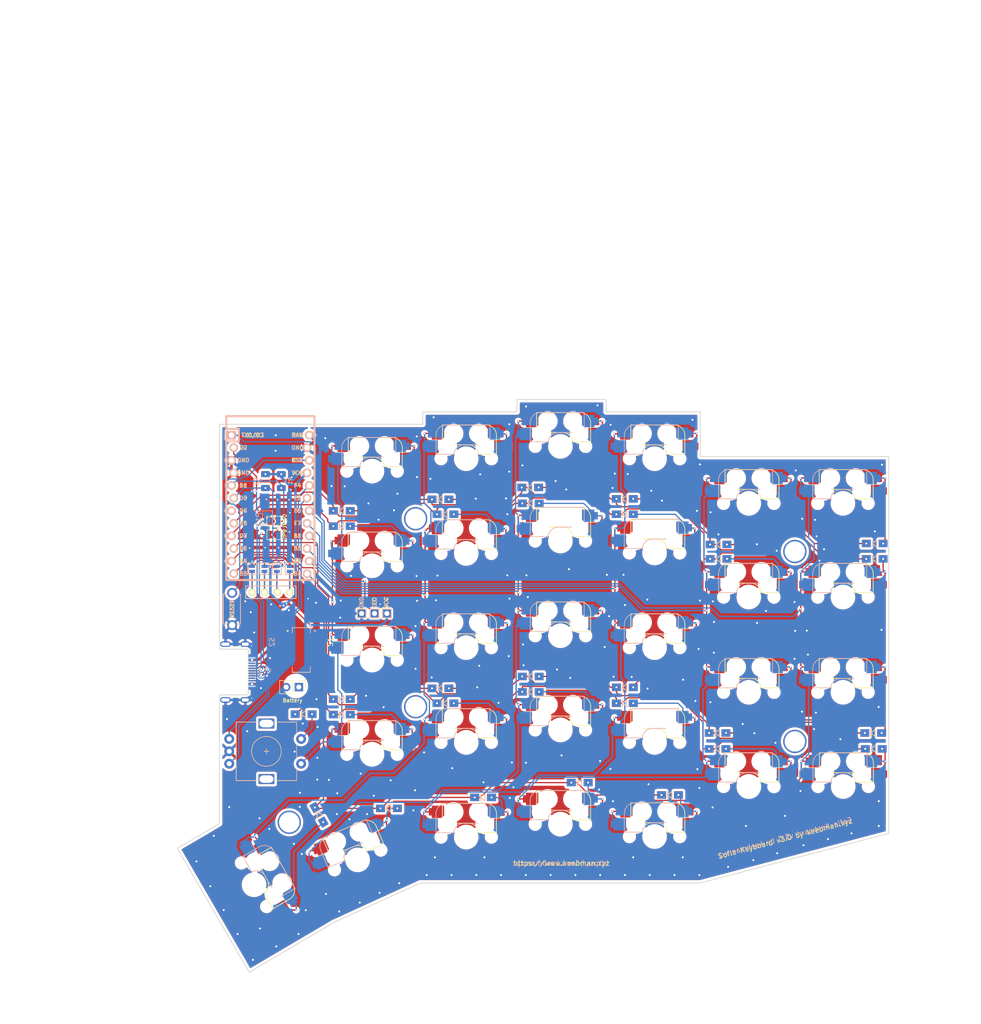
<source format=kicad_pcb>
(kicad_pcb (version 20241229) (generator "pcbnew") (generator_version "9.0")
  (layers (0 "F.Cu" signal) (2 "B.Cu" signal) (13 "F.Paste" user) (15 "B.Paste" user) (5 "F.SilkS" user "F.Silkscreen") (7 "B.SilkS" user "B.Silkscreen") (1 "F.Mask" user) (3 "B.Mask" user) (25 "Edge.Cuts" user))
  (net 0 "")
  (net 1 "Net-(D1-A)")
  (net 2 "row4")
  (net 3 "Net-(D2-A)")
  (net 4 "Net-(D3-A)")
  (net 5 "row0")
  (net 6 "Net-(D4-A)")
  (net 7 "row1")
  (net 8 "Net-(D5-A)")
  (net 9 "row2")
  (net 10 "Net-(D6-A)")
  (net 11 "row3")
  (net 12 "Net-(D7-A)")
  (net 13 "Net-(D8-A)")
  (net 14 "Net-(D9-A)")
  (net 15 "Net-(D10-A)")
  (net 16 "Net-(D11-A)")
  (net 17 "Net-(D12-A)")
  (net 18 "Net-(D13-A)")
  (net 19 "Net-(D14-A)")
  (net 20 "Net-(D15-A)")
  (net 21 "Net-(D16-A)")
  (net 22 "Net-(D17-A)")
  (net 23 "Net-(D18-A)")
  (net 24 "Net-(D19-A)")
  (net 25 "Net-(D20-A)")
  (net 26 "Net-(D21-A)")
  (net 27 "Net-(D22-A)")
  (net 28 "Net-(D23-A)")
  (net 29 "Net-(D24-A)")
  (net 30 "Net-(D26-A)")
  (net 31 "Net-(D27-A)")
  (net 32 "Net-(D28-A)")
  (net 33 "VCC")
  (net 34 "GND")
  (net 35 "col0")
  (net 36 "col1")
  (net 37 "col2")
  (net 38 "col3")
  (net 39 "col4")
  (net 40 "SDA")
  (net 41 "LED")
  (net 42 "SCL")
  (net 43 "RESET")
  (net 44 "Net-(D29-A)")
  (net 45 "DATA")
  (net 46 "Net-(D30-A)")
  (net 47 "Net-(J3-P3)")
  (net 48 "Net-(J3-P1)")
  (net 49 "Net-(J3-P2)")
  (net 50 "Net-(J3-P4)")
  (net 51 "SW25B")
  (net 52 "SW25A")
  (net 53 "ENCB")
  (net 54 "ENCA")
  (net 55 "/i2c_c")
  (net 56 "/i2c_d")
  (net 60 "Net-(U1-RAW)")
  (net 63 "Net-(J2-Pin_2)")
  (footprint "SofleKeyboard-footprint:HOLE_M2_TH" (layer "F.Cu") (at 129.3 59.6)
    (property "Reference" "TH3" (hide yes))
    (property "Value" "HOLE" (hide yes))
  )
  (footprint "SofleKeyboard-footprint:HOLE_M2_TH" (layer "F.Cu") (at 205.8 66.21)
    (property "Reference" "TH4" (hide yes))
    (property "Value" "HOLE" (hide yes))
  )
  (footprint "SofleKeyboard-footprint:HOLE_M2_TH" (layer "F.Cu") (at 205.8 104.51)
    (property "Reference" "TH6" (hide yes))
    (property "Value" "HOLE" (hide yes))
  )
  (footprint "SofleKeyboard-footprint:HOLE_M2_TH" (layer "F.Cu") (at 103.8 120.81 90)
    (property "Reference" "TH7" (hide yes))
    (property "Value" "HOLE" (hide yes))
  )
  (footprint "SofleKeyboard-footprint:ArduinoProMicro-ZigZag-DoubleSided" (layer "F.Cu") (at 100 56.71 -90)
    (property "Reference" "U1" (hide yes))
    (property "Value" "ProMicro" (hide yes))
  )
  (footprint "SofleKeyboard-footprint:Jumper" (layer "F.Cu") (at 103.9 69.7 90)
    (property "Reference" "JP1" (hide yes))
    (property "Value" "Jumper_NO_Small" (hide yes))
  )
  (footprint "SofleKeyboard-footprint:Jumper" (layer "F.Cu") (at 101.3 69.7 90)
    (property "Reference" "JP2" (hide yes))
    (property "Value" "Jumper_NO_Small" (hide yes))
  )
  (footprint "SofleKeyboard-footprint:Jumper" (layer "F.Cu") (at 98.8 69.7 90)
    (property "Reference" "JP3" (hide yes))
    (property "Value" "Jumper_NO_Small" (hide yes))
  )
  (footprint "SofleKeyboard-footprint:Diode_SOD123" (layer "F.Cu") (at 114.4 58)
    (property "Reference" "D1" (hide yes))
    (property "Value" "D" (hide yes))
  )
  (footprint "SofleKeyboard-footprint:Diode_SOD123" (layer "F.Cu") (at 134.3 55.7)
    (property "Reference" "D2" (hide yes))
    (property "Value" "D" (hide yes))
  )
  (footprint "SofleKeyboard-footprint:Diode_SOD123" (layer "F.Cu") (at 152.4 53.3)
    (property "Reference" "D3" (hide yes))
    (property "Value" "D" (hide yes))
  )
  (footprint "SofleKeyboard-footprint:Diode_SOD123" (layer "F.Cu") (at 171.5 55.6)
    (property "Reference" "D4" (hide yes))
    (property "Value" "D" (hide yes))
  )
  (footprint "SofleKeyboard-footprint:Diode_SOD123" (layer "F.Cu") (at 190.4 64.8)
    (property "Reference" "D5" (hide yes))
    (property "Value" "D" (hide yes))
  )
  (footprint "SofleKeyboard-footprint:Diode_SOD123" (layer "F.Cu") (at 221.9 64.6)
    (property "Reference" "D6" (hide yes))
    (property "Value" "D" (hide yes))
  )
  (footprint "SofleKeyboard-footprint:Diode_SOD123" (layer "F.Cu") (at 114.4 61.1)
    (property "Reference" "D7" (hide yes))
    (property "Value" "D" (hide yes))
  )
  (footprint "SofleKeyboard-footprint:Diode_SOD123" (layer "F.Cu") (at 135.3 58.7)
    (property "Reference" "D8" (hide yes))
    (property "Value" "D" (hide yes))
  )
  (footprint "SofleKeyboard-footprint:Diode_SOD123" (layer "F.Cu") (at 152.5 56.5)
    (property "Reference" "D9" (hide yes))
    (property "Value" "D" (hide yes))
  )
  (footprint "SofleKeyboard-footprint:Diode_SOD123" (layer "F.Cu") (at 171.5 58.7)
    (property "Reference" "D10" (hide yes))
    (property "Value" "D" (hide yes))
  )
  (footprint "SofleKeyboard-footprint:Diode_SOD123" (layer "F.Cu") (at 190.4 67.7)
    (property "Reference" "D11" (hide yes))
    (property "Value" "D" (hide yes))
  )
  (footprint "SofleKeyboard-footprint:Diode_SOD123" (layer "F.Cu") (at 221.9 67.7)
    (property "Reference" "D12" (hide yes))
    (property "Value" "D" (hide yes))
  )
  (footprint "SofleKeyboard-footprint:Diode_SOD123" (layer "F.Cu") (at 114.4 96)
    (property "Reference" "D13" (hide yes))
    (property "Value" "D" (hide yes))
  )
  (footprint "SofleKeyboard-footprint:Diode_SOD123" (layer "F.Cu") (at 134.3 93.8)
    (property "Reference" "D14" (hide yes))
    (property "Value" "D" (hide yes))
  )
  (footprint "SofleKeyboard-footprint:Diode_SOD123" (layer "F.Cu") (at 152.5 91.4)
    (property "Reference" "D15" (hide yes))
    (property "Value" "D" (hide yes))
  )
  (footprint "SofleKeyboard-footprint:Diode_SOD123" (layer "F.Cu") (at 171.5 93.6)
    (property "Reference" "D16" (hide yes))
    (property "Value" "D" (hide yes))
  )
  (footprint "SofleKeyboard-footprint:Diode_SOD123" (layer "F.Cu") (at 190.2 102.8)
    (property "Reference" "D17" (hide yes))
    (property "Value" "D" (hide yes))
  )
  (footprint "SofleKeyboard-footprint:Diode_SOD123" (layer "F.Cu") (at 221.6 102.8)
    (property "Reference" "D18" (hide yes))
    (property "Value" "D" (hide yes))
  )
  (footprint "SofleKeyboard-footprint:Diode_SOD123" (layer "F.Cu") (at 114.4 99.1)
    (property "Reference" "D19" (hide yes))
    (property "Value" "D" (hide yes))
  )
  (footprint "SofleKeyboard-footprint:Diode_SOD123" (layer "F.Cu") (at 135.3 96.8)
    (property "Reference" "D20" (hide yes))
    (property "Value" "D" (hide yes))
  )
  (footprint "SofleKeyboard-footprint:Diode_SOD123" (layer "F.Cu") (at 152.5 94.5)
    (property "Reference" "D21" (hide yes))
    (property "Value" "D" (hide yes))
  )
  (footprint "SofleKeyboard-footprint:Diode_SOD123" (layer "F.Cu") (at 171.5 96.8)
    (property "Reference" "D22" (hide yes))
    (property "Value" "D" (hide yes))
  )
  (footprint "SofleKeyboard-footprint:Diode_SOD123" (layer "F.Cu") (at 190.2 106)
    (property "Reference" "D23" (hide yes))
    (property "Value" "D" (hide yes))
  )
  (footprint "SofleKeyboard-footprint:Diode_SOD123" (layer "F.Cu") (at 221.7 106)
    (property "Reference" "D24" (hide yes))
    (property "Value" "D" (hide yes))
  )
  (footprint "SofleKeyboard-footprint:Diode_SOD123" (layer "F.Cu") (at 106.7 99.01)
    (property "Reference" "D25" (hide yes))
    (property "Value" "D" (hide yes))
  )
  (footprint "SofleKeyboard-footprint:Diode_SOD123" (layer "F.Cu") (at 109.8 119.3 -60)
    (property "Reference" "D26" (hide yes))
    (property "Value" "D" (hide yes))
  )
  (footprint "SofleKeyboard-footprint:Diode_SOD123" (layer "F.Cu") (at 123.9 118)
    (property "Reference" "D27" (hide yes))
    (property "Value" "D" (hide yes))
  )
  (footprint "SofleKeyboard-footprint:Diode_SOD123" (layer "F.Cu") (at 142.9 115.8)
    (property "Reference" "D28" (hide yes))
    (property "Value" "D" (hide yes))
  )
  (footprint "SofleKeyboard-footprint:Diode_SOD123" (layer "F.Cu") (at 162.4 112.81)
    (property "Reference" "D29" (hide yes))
    (property "Value" "D" (hide yes))
  )
  (footprint "SofleKeyboard-footprint:CherryMX_Hotswap" (layer "F.Cu") (at 120.5 50)
    (property "Reference" "SW1" (hide yes))
    (property "Value" "SW_PUSH" (hide yes))
  )
  (footprint "SofleKeyboard-footprint:CherryMX_Hotswap" (layer "F.Cu") (at 120.5 69.1)
    (property "Reference" "SW7" (hide yes))
    (property "Value" "SW_PUSH" (hide yes))
  )
  (footprint "SofleKeyboard-footprint:CherryMX_Hotswap" (layer "F.Cu") (at 120.5 88.1)
    (property "Reference" "SW13" (hide yes))
    (property "Value" "SW_PUSH" (hide yes))
  )
  (footprint "SofleKeyboard-footprint:CherryMX_Hotswap" (layer "F.Cu") (at 120.5 107.1)
    (property "Reference" "SW19" (hide yes))
    (property "Value" "SW_PUSH" (hide yes))
  )
  (footprint "SofleKeyboard-footprint:CherryMX_Hotswap_1.5" (layer "F.Cu") (at 96.7 133.41 -60)
    (property "Reference" "SW26" (hide yes))
    (property "Value" "SW_PUSH" (hide yes))
  )
  (footprint "SofleKeyboard-footprint:CherryMX_Hotswap" (layer "F.Cu") (at 117.6 128.4 23)
    (property "Reference" "SW27" (hide yes))
    (property "Value" "SW_PUSH" (hide yes))
  )
  (footprint "SofleKeyboard-footprint:CherryMX_Hotswap" (layer "F.Cu") (at 139.5 123.8)
    (property "Reference" "SW28" (hide yes))
    (property "Value" "SW_PUSH" (hide yes))
  )
  (footprint "SofleKeyboard-footprint:CherryMX_Hotswap" (layer "F.Cu") (at 158.5 121.2)
    (property "Reference" "SW29" (hide yes))
    (property "Value" "SW_PUSH" (hide yes))
  )
  (footprint "SofleKeyboard-footprint:Jumper" (layer "F.Cu") (at 96.3 69.7 90)
    (property "Reference" "JP4" (hide yes))
    (property "Value" "Jumper_NO_Small" (hide yes))
  )
  (footprint "SofleKeyboard-footprint:LED" (layer "F.Cu") (at 123.5 78.71 -90)
    (property "Reference" "J1" (hide yes))
    (property "Value" "LED" (hide yes))
  )
  (footprint "SofleKeyboard-footprint:OLED_4Pin" (layer "F.Cu") (at 96.3 74.41)
    (property "Reference" "J3" (hide yes))
    (property "Value" "OLED" (hide yes))
  )
  (footprint "SofleKeyboard-footprint:Diode_SOD123" (layer "F.Cu") (at 180.6 115.31)
    (property "Reference" "D30" (hide yes))
    (property "Value" "D" (hide yes))
  )
  (footprint "SofleKeyboard-footprint:CherryMX_Hotswap" (layer "F.Cu") (at 139.5 85.6)
    (property "Reference" "SW14" (hide yes))
    (property "Value" "SW_PUSH" (hide yes))
  )
  (footprint "SofleKeyboard-footprint:CherryMX_Hotswap" (layer "F.Cu") (at 139.5 104.7)
    (property "Reference" "SW20" (hide yes))
    (property "Value" "SW_PUSH" (hide yes))
  )
  (footprint "SofleKeyboard-footprint:CherryMX_Hotswap" (layer "F.Cu") (at 139.5 66.6)
    (property "Reference" "SW8" (hide yes))
    (property "Value" "SW_PUSH" (hide yes))
  )
  (footprint "SofleKeyboard-footprint:CherryMX_Hotswap" (layer "F.Cu") (at 139.5 47.5)
    (property "Reference" "SW2" (hide yes))
    (property "Value" "SW_PUSH" (hide yes))
  )
  (footprint "SofleKeyboard-footprint:CherryMX_Hotswap" (layer "F.Cu") (at 158.5 83.2)
    (property "Reference" "SW15" (hide yes))
    (property "Value" "SW_PUSH" (hide yes))
  )
  (footprint "SofleKeyboard-footprint:CherryMX_Hotswap" (layer "F.Cu") (at 158.5 45.01)
    (property "Reference" "SW3" (hide yes))
    (property "Value" "SW_PUSH" (hide yes))
  )
  (footprint "SofleKeyboard-footprint:CherryMX_Hotswap" (layer "F.Cu") (at 158.5 64.1)
    (property "Reference" "SW9" (hide yes))
    (property "Value" "SW_PUSH" (hide yes))
  )
  (footprint "SofleKeyboard-footprint:CherryMX_Hotswap" (layer "F.Cu") (at 158.5 102.2)
    (property "Reference" "SW21" (hide yes))
    (property "Value" "SW_PUSH" (hide yes))
  )
  (footprint "SofleKeyboard-footprint:CherryMX_Hotswap" (layer "F.Cu") (at 177.5 104.7)
    (property "Reference" "SW22" (hide yes))
    (property "Value" "SW_PUSH" (hide yes))
  )
  (footprint "SofleKeyboard-footprint:CherryMX_Hotswap" (layer "F.Cu") (at 177.5 66.5)
    (property "Reference" "SW10" (hide yes))
    (property "Value" "SW_PUSH" (hide yes))
  )
  (footprint "SofleKeyboard-footprint:CherryMX_Hotswap" (layer "F.Cu") (at 177.5 123.7)
    (property "Reference" "SW30" (hide yes))
    (property "Value" "SW_PUSH" (hide yes))
  )
  (footprint "SofleKeyboard-footprint:CherryMX_Hotswap" (layer "F.Cu") (at 177.5 85.6)
    (property "Reference" "SW16" (hide yes))
    (property "Value" "SW_PUSH" (hide yes))
  )
  (footprint "SofleKeyboard-footprint:CherryMX_Hotswap" (layer "F.Cu") (at 177.5 47.5)
    (property "Reference" "SW4" (hide yes))
    (property "Value" "SW_PUSH" (hide yes))
  )
  (footprint "SofleKeyboard-footprint:CherryMX_Hotswap" (layer "F.Cu") (at 196.5 56.5)
    (property "Reference" "SW5" (hide yes))
    (property "Value" "SW_PUSH" (hide yes))
  )
  (footprint "SofleKeyboard-footprint:CherryMX_Hotswap" (layer "F.Cu") (at 196.5 113.6)
    (property "Reference" "SW23" (hide yes))
    (property "Value" "SW_PUSH" (hide yes))
  )
  (footprint "SofleKeyboard-footprint:CherryMX_Hotswap" (layer "F.Cu") (at 215.5 94.6)
    (property "Reference" "SW18" (hide yes))
    (property "Value" "SW_PUSH" (hide yes))
  )
  (footprint "SofleKeyboard-footprint:CherryMX_Hotswap" (layer "F.Cu") (at 215.55 113.6)
    (property "Reference" "SW24" (hide yes))
    (property "Value" "SW_PUSH" (hide yes))
  )
  (footprint "SofleKeyboard-footprint:CherryMX_Hotswap" (layer "F.Cu") (at 215.5 56.5)
    (property "Reference" "SW6" (hide yes))
    (property "Value" "SW_PUSH" (hide yes))
  )
  (footprint "SofleKeyboard-footprint:CherryMX_Hotswap" (layer "F.Cu") (at 215.5 75.4)
    (property "Reference" "SW12" (hide yes))
    (property "Value" "SW_PUSH" (hide yes))
  )
  (footprint "SofleKeyboard-footprint:CherryMX_Hotswap" (layer "F.Cu") (at 196.5 94.6)
    (property "Reference" "SW17" (hide yes))
    (property "Value" "SW_PUSH" (hide yes))
  )
  (footprint "SofleKeyboard-footprint:CherryMX_Hotswap" (layer "F.Cu") (at 196.5 75.4)
    (property "Reference" "SW11" (hide yes))
    (property "Value" "SW_PUSH" (hide yes))
  )
  (footprint "SofleKeyboard-footprint:HOLE_M2_TH" (layer "F.Cu") (at 129.3 97.51)
    (property "Reference" "TH5" (hide yes))
    (property "Value" "HOLE" (hide yes))
  )
  (footprint "SofleKeyboard-footprint:RotaryEncoder_Alps_EC11E-Switch_Vertical_H20mm-keebio_modified" (layer "F.Cu") (at 99.2 106.5)
    (property "Reference" "SW25" (hide yes))
    (property "Value" "Rotary_Encoder_Switch")
  )
  (footprint "Jumper:SolderJumper-2_P1.3mm_Open_TrianglePad1.0x1.5mm" (layer "F.Cu") (at 100.7 62.81 180)
    (property "Reference" "JP9")
    (property "Value" "I2CSCL")
  )
  (footprint "Jumper:SolderJumper-2_P1.3mm_Open_TrianglePad1.0x1.5mm" (layer "F.Cu") (at 100.675 60.11)
    (property "Reference" "JP10")
    (property "Value" "IC2SDA")
  )
  (footprint "SofleKeyboard-footprint:TACT_SWITCH_TVBP06" (layer "F.Cu") (at 92.28 77.802 90)
    (property "Reference" "RSW1" (hide yes))
    (property "Value" "SW_RST" (hide yes))
  )
  (footprint "S1:PinHeader_1x02_P2.54mm_Vertical" (layer "F.Cu") (at 105.73 93.552 -90)
    (property "Reference" "J2" (hide yes))
    (property "Value" "Battery_L")
  )
  (footprint "S1:SW_JS202011SCQN" (layer "F.Cu") (at 106.23 86.052 -90)
    (property "Reference" "S1")
    (property "Value" "JS202011SCQN")
  )
  (footprint "TypeC:TYPE-C-31-M-13C" (layer "F.Cu") (at 90.94 90.512 -90)
    (property "Reference" "J4")
    (property "Value" "TYPE-C-31-M-13C")
  )
  (footprint "SofleKeyboard-footprint:R_1206_DoubleSided" (layer "B.Cu") (at 102.2 52.01 -90)
    (property "Reference" "R1")
    (property "Value" "R")
  )
  (footprint "SofleKeyboard-footprint:R_1206_DoubleSided" (layer "B.Cu") (at 99 52.01 -90)
    (property "Reference" "R2")
    (property "Value" "R")
  )
  (footprint "SofleKeyboard-footprint:Jumper" (layer "B.Cu") (at 101.3 69.7 90)
    (property "Reference" "JP6" (hide yes))
    (property "Value" "Jumper_NO_Small" (hide yes))
  )
  (footprint "SofleKeyboard-footprint:Jumper" (layer "B.Cu") (at 98.8 69.7 90)
    (property "Reference" "JP7" (hide yes))
    (property "Value" "Jumper_NO_Small" (hide yes))
  )
  (footprint "SofleKeyboard-footprint:Jumper" (layer "B.Cu") (at 96.3 69.7 90)
    (property "Reference" "JP8" (hide yes))
    (property "Value" "Jumper_NO_Small" (hide yes))
  )
  (footprint "SofleKeyboard-footprint:Jumper" (layer "B.Cu") (at 103.9 69.7 90)
    (property "Reference" "JP5" (hide yes))
    (property "Value" "Jumper_NO_Small" (hide yes))
  )
  (footprint "Jumper:SolderJumper-2_P1.3mm_Bridged2Bar_Pad1.0x1.5mm" (layer "B.Cu") (at 99.4 59.41 -90)
    (property "Reference" "JP11")
    (property "Value" "Serial")
  )
  (footprint "S1:SW_JS202011SCQN" (layer "B.Cu") (at 106.23 86.052 -90)
    (property "Reference" "S2")
    (property "Value" "JS202011SCQN")
  )
  (footprint "TypeC:TYPE-C-31-M-13C" (layer "B.Cu") (at 90.94 90.512 90)
    (property "Reference" "J5")
    (property "Value" "TYPE-C-31-M-13C")
  )
  (gr_line (start 130.73 40.552) (end 111.23 40.552) (stroke (width 0.15)) (layer "Edge.Cuts"))
  (gr_line (start 149.73 38.052) (end 130.73 38.052) (stroke (width 0.15)) (layer "Edge.Cuts"))
  (gr_line (start 149.73 35.552) (end 149.73 38.052) (stroke (width 0.15)) (layer "Edge.Cuts"))
  (gr_line (start 89.73 100.552) (end 89.73 121.052) (stroke (width 0.15)) (layer "Edge.Cuts"))
  (gr_line (start 224.73 47.052) (end 186.73 47.052) (stroke (width 0.15)) (layer "Edge.Cuts"))
  (gr_line (start 167.73 35.552) (end 149.73 35.552) (stroke (width 0.15)) (layer "Edge.Cuts"))
  (gr_line (start 186.73 47.052) (end 186.73 38.052) (stroke (width 0.15)) (layer "Edge.Cuts"))
  (gr_line (start 95.53 95.132) (end 89.73 95.132) (stroke (width 0.15)) (layer "Edge.Cuts"))
  (gr_line (start 89.73 95.132) (end 89.73 100.552) (stroke (width 0.15)) (layer "Edge.Cuts"))
  (gr_line (start 112.73 141.052) (end 130.23 133.052) (stroke (width 0.15)) (layer "Edge.Cuts"))
  (gr_line (start 130.23 133.052) (end 186.73 133.052) (stroke (width 0.15)) (layer "Edge.Cuts"))
  (gr_line (start 224.73 123.052) (end 224.73 47.052) (stroke (width 0.15)) (layer "Edge.Cuts"))
  (gr_line (start 186.73 133.052) (end 224.73 123.052) (stroke (width 0.15)) (layer "Edge.Cuts"))
  (gr_line (start 111.23 40.552) (end 89.73 40.552) (stroke (width 0.15)) (layer "Edge.Cuts"))
  (gr_line (start 130.73 38.052) (end 130.73 40.552) (stroke (width 0.15)) (layer "Edge.Cuts"))
  (gr_line (start 167.73 38.052) (end 167.73 35.552) (stroke (width 0.15)) (layer "Edge.Cuts"))
  (gr_line (start 89.73 85.891) (end 95.53 85.891) (stroke (width 0.15)) (layer "Edge.Cuts"))
  (gr_line (start 81.23 126.052) (end 95.73 151.052) (stroke (width 0.15)) (layer "Edge.Cuts"))
  (gr_line (start 89.73 121.052) (end 87.23 122.552) (stroke (width 0.15)) (layer "Edge.Cuts"))
  (gr_line (start 95.73 151.052) (end 112.73 141.052) (stroke (width 0.15)) (layer "Edge.Cuts"))
  (gr_line (start 95.53 85.891) (end 95.53 95.132) (stroke (width 0.15)) (layer "Edge.Cuts"))
  (gr_line (start 89.73 40.552) (end 89.73 85.891) (stroke (width 0.15)) (layer "Edge.Cuts"))
  (gr_line (start 186.73 38.052) (end 167.73 38.052) (stroke (width 0.15)) (layer "Edge.Cuts"))
  (gr_line (start 87.23 122.552) (end 81.23 126.052) (stroke (width 0.15)) (layer "Edge.Cuts"))
  (gr_text "Sofle Keyboard v3.0 by keebman.xyz" (at 203.83 124.102 15) (layer "F.SilkS") (effects (font (size 1 1))))
  (gr_text "https://www.keebman.xyz" (at 158.73 129.052 0) (layer "F.SilkS") (effects (font (size 1 1))))
  (gr_text "Sofle Keyboard v3.0 by keebman.xyz" (at 203.78 123.902 15) (layer "B.SilkS") (effects (font (size 1 1)) (justify mirror)))
  (gr_text "https://www.keebman.xyz" (at 158.53 129.052 0) (layer "B.SilkS") (effects (font (size 1 1)) (justify mirror)))
  (segment (start 129 49.382) (end 129 47.5) (width 0.25) (layer "F.Cu") (net 1))
  (segment (start 116.1 58) (end 120.382 58) (width 0.25) (layer "F.Cu") (net 1))
  (segment (start 120.382 58) (end 129 49.382) (width 0.25) (layer "F.Cu") (net 1))
  (segment (start 129 47.5) (end 129 44.91) (width 0.25) (layer "F.Cu") (net 1))
  (via (at 129 44.91) (size 0.4) (drill 0.3) (layers "F.Cu" "B.Cu") (net 1))
  (segment (start 127.7 44.9) (end 128.99 44.9) (width 0.25) (layer "B.Cu") (net 1))
  (segment (start 128.99 44.9) (end 129 44.91) (width 0.25) (layer "B.Cu") (net 1))
  (segment (start 105.172 99.01) (end 105 99.01) (width 0.25) (layer "F.Cu") (net 2))
  (segment (start 110.7 116.077757) (end 110.7 98.122) (width 0.25) (layer "F.Cu") (net 2))
  (segment (start 164.35 115.31) (end 178.9 115.31) (width 0.25) (layer "F.Cu") (net 2))
  (segment (start 108.95 117.827757) (end 110.7 116.077757) (width 0.25) (layer "F.Cu") (net 2))
  (segment (start 103.063218 66.850034) (end 96.438566 66.850034) (width 0.25) (layer "F.Cu") (net 2))
  (segment (start 110.6 98.022) (end 110.7 98.122) (width 0.25) (layer "F.Cu") (net 2))
  (segment (start 124.55 115.8) (end 122.35 118) (width 0.25) (layer "F.Cu") (net 2))
  (segment (start 106.190099 69.976915) (end 103.063218 66.850034) (width 0.25) (layer "F.Cu") (net 2))
  (segment (start 145.34 112.81) (end 160.7 112.81) (width 0.25) (layer "F.Cu") (net 2))
  (segment (start 141.2 115.8) (end 124.55 115.8) (width 0.25) (layer "F.Cu") (net 2))
  (segment (start 160.7 112.81) (end 161.85 112.81) (width 0.25) (layer "F.Cu") (net 2))
  (segment (start 110.83 75.896526) (end 106.190099 71.256625) (width 0.25) (layer "F.Cu") (net 2))
  (segment (start 161.85 112.81) (end 164.35 115.31) (width 0.25) (layer "F.Cu") (net 2))
  (segment (start 106.190099 71.256625) (end 106.190099 69.976915) (width 0.25) (layer "F.Cu") (net 2))
  (segment (start 110.83 97.292) (end 110.83 75.896526) (width 0.25) (layer "F.Cu") (net 2))
  (segment (start 142.35 115.8) (end 145.34 112.81) (width 0.25) (layer "F.Cu") (net 2))
  (segment (start 96.438566 66.850034) (end 92.6086 70.68) (width 0.25) (layer "F.Cu") (net 2))
  (segment (start 122.35 118) (end 122.2 118) (width 0.25) (layer "F.Cu") (net 2))
  (segment (start 109.122243 118) (end 108.95 117.827757) (width 0.25) (layer "F.Cu") (net 2))
  (segment (start 110.6 97.522) (end 110.35 97.772) (width 0.25) (layer "F.Cu") (net 2))
  (segment (start 110.6 97.522) (end 110.83 97.292) (width 0.25) (layer "F.Cu") (net 2))
  (segment (start 141.2 115.8) (end 142.35 115.8) (width 0.25) (layer "F.Cu") (net 2))
  (segment (start 109.9 97.522) (end 106.66 97.522) (width 0.25) (layer "F.Cu") (net 2))
  (segment (start 110.7 98.122) (end 110.35 97.772) (width 0.25) (layer "F.Cu") (net 2))
  (segment (start 141.35 115.8) (end 141.2 115.8) (width 0.25) (layer "F.Cu") (net 2))
  (segment (start 110.35 97.772) (end 110.1 97.522) (width 0.25) (layer "F.Cu") (net 2))
  (segment (start 109.9 97.522) (end 110.6 97.522) (width 0.25) (layer "F.Cu") (net 2))
  (segment (start 106.66 97.522) (end 105.172 99.01) (width 0.25) (layer "F.Cu") (net 2))
  (segment (start 110.6 97.522) (end 110.6 98.022) (width 0.25) (layer "F.Cu") (net 2))
  (segment (start 110.1 97.522) (end 109.9 97.522) (width 0.25) (layer "F.Cu") (net 2))
  (segment (start 122.2 118) (end 109.122243 118) (width 0.25) (layer "F.Cu") (net 2))
  (segment (start 139.382 55.7) (end 148 47.082) (width 0.25) (layer "F.Cu") (net 3))
  (segment (start 147.6 42.5) (end 147.6 43.86) (width 0.25) (layer "F.Cu") (net 3))
  (segment (start 136 55.7) (end 139.382 55.7) (width 0.25) (layer "F.Cu") (net 3))
  (segment (start 148 45.1) (end 146.44 45.1) (width 0.25) (layer "F.Cu") (net 3))
  (segment (start 148 47.082) (end 148 45) (width 0.25) (layer "F.Cu") (net 3))
  (segment (start 146.44 45.1) (end 146.4 45.06) (width 0.25) (layer "F.Cu") (net 3))
  (segment (start 147.6 43.86) (end 146.4 45.06) (width 0.25) (layer "F.Cu") (net 3))
  (via (at 147.6 42.5) (size 0.4) (drill 0.3) (layers "F.Cu" "B.Cu") (net 3))
  (segment (start 145.1 42.52) (end 146.68 42.52) (width 0.25) (layer "B.Cu") (net 3))
  (segment (start 146.68 42.52) (end 146.7 42.5) (width 0.25) (layer "B.Cu") (net 3))
  (segment (start 146.7 42.5) (end 147.6 42.5) (width 0.25) (layer "B.Cu") (net 3))
  (segment (start 167 44.502) (end 167 42.51) (width 0.25) (layer "F.Cu") (net 4))
  (segment (start 167 42.51) (end 167 40.01) (width 0.25) (layer "F.Cu") (net 4))
  (segment (start 154.1 53.3) (end 158.202 53.3) (width 0.25) (layer "F.Cu") (net 4))
  (segment (start 158.202 53.3) (end 167 44.502) (width 0.25) (layer "F.Cu") (net 4))
  (segment (start 167 40.01) (end 166.9 39.91) (width 0.25) (layer "F.Cu") (net 4))
  (via (at 166.9 39.91) (size 0.4) (drill 0.3) (layers "F.Cu" "B.Cu") (net 4))
  (segment (start 165.7 39.91) (end 166.9 39.91) (width 0.25) (layer "B.Cu") (net 4))
  (segment (start 182.688402 57.17499) (end 188.7 63.186588) (width 0.25) (layer "F.Cu") (net 5))
  (segment (start 112.7 57) (end 112.7 58) (width 0.25) (layer "F.Cu") (net 5))
  (segment (start 132.6 55.7) (end 123.401002 55.7) (width 0.25) (layer "F.Cu") (net 5))
  (segment (start 106.814775 54.238699) (end 109.938699 54.238699) (width 0.25) (layer "F.Cu") (net 5))
  (segment (start 106.190099 54.863375) (end 106.814775 54.238699) (width 0.25) (layer "F.Cu") (net 5))
  (segment (start 188.7 63.186588) (end 188.7 64.8) (width 0.25) (layer "F.Cu") (net 5))
  (segment (start 189.85 64.8) (end 190.925001 65.875001) (width 0.25) (layer "F.Cu") (net 5))
  (segment (start 109.938699 54.238699) (end 112.7 57) (width 0.25) (layer "F.Cu") (net 5))
  (segment (start 113.925001 59.075001) (end 112.85 58) (width 0.25) (layer "F.Cu") (net 5))
  (segment (start 150.85 53.3) (end 150.7 53.3) (width 0.25) (layer "F.Cu") (net 5))
  (segment (start 120.026001 59.075001) (end 113.925001 59.075001) (width 0.25) (layer "F.Cu") (net 5))
  (segment (start 169.8 55.6) (end 169.8 56.6) (width 0.25) (layer "F.Cu") (net 5))
  (segment (start 98.265225 54.863375) (end 106.190099 54.863375) (width 0.25) (layer "F.Cu") (net 5))
  (segment (start 199.756999 65.875001) (end 203.68 61.952) (width 0.25) (layer "F.Cu") (net 5))
  (segment (start 132.675001 56.775001) (end 148.224999 56.775001) (width 0.25) (layer "F.Cu") (net 5))
  (segment (start 112.85 58) (end 112.7 58) (width 0.25) (layer "F.Cu") (net 5))
  (segment (start 123.401002 55.7) (end 120.026001 59.075001) (width 0.25) (layer "F.Cu") (net 5))
  (segment (start 132.75 55.7) (end 132.6 55.7) (width 0.25) (layer "F.Cu") (net 5))
  (segment (start 188.7 64.8) (end 189.85 64.8) (width 0.25) (layer "F.Cu") (net 5))
  (segment (start 132.6 55.7) (end 132.6 56.7) (width 0.25) (layer "F.Cu") (net 5))
  (segment (start 188.9 64.8) (end 188.7 64.8) (width 0.25) (layer "F.Cu") (net 5))
  (segment (start 150.7 53.3) (end 151.85 53.3) (width 0.25) (layer "F.Cu") (net 5))
  (segment (start 170.37499 57.17499) (end 182.688402 57.17499) (width 0.25) (layer "F.Cu") (net 5))
  (segment (start 190.925001 65.875001) (end 199.756999 65.875001) (width 0.25) (layer "F.Cu") (net 5))
  (segment (start 169.8 56.6) (end 170.37499 57.17499) (width 0.25) (layer "F.Cu") (net 5))
  (segment (start 203.68 61.952) (end 207.03 61.952) (width 0.25) (layer "F.Cu") (net 5))
  (segment (start 209.678 64.6) (end 220.2 64.6) (width 0.25) (layer "F.Cu") (net 5))
  (segment (start 92.6086 60.52) (end 98.265225 54.863375) (width 0.25) (layer "F.Cu") (net 5))
  (segment (start 150.7 54.3) (end 150.7 53.3) (width 0.25) (layer "F.Cu") (net 5))
  (segment (start 168.024989 54.974989) (end 168.65 55.6) (width 0.25) (layer "F.Cu") (net 5))
  (segment (start 148.224999 56.775001) (end 150.7 54.3) (width 0.25) (layer "F.Cu") (net 5))
  (segment (start 207.03 61.952) (end 209.678 64.6) (width 0.25) (layer "F.Cu") (net 5))
  (segment (start 168.65 55.6) (end 169.8 55.6) (width 0.25) (layer "F.Cu") (net 5))
  (segment (start 151.85 53.3) (end 153.524989 54.974989) (width 0.25) (layer "F.Cu") (net 5))
  (segment (start 170 55.6) (end 169.8 55.6) (width 0.25) (layer "F.Cu") (net 5))
  (segment (start 132.6 56.7) (end 132.675001 56.775001) (width 0.25) (layer "F.Cu") (net 5))
  (segment (start 153.524989 54.974989) (end 168.024989 54.974989) (width 0.25) (layer "F.Cu") (net 5))
  (segment (start 173.2 55.6) (end 177.552 55.6) (width 0.25) (layer "F.Cu") (net 6))
  (segment (start 186 47.152) (end 186 45) (width 0.25) (layer "F.Cu") (net 6))
  (segment (start 177.552 55.6) (end 186 47.152) (width 0.25) (layer "F.Cu") (net 6))
  (segment (start 186 42.41) (end 186 45) (width 0.25) (layer "F.Cu") (net 6))
  (via (at 186 42.41) (size 0.4) (drill 0.3) (layers "F.Cu" "B.Cu") (net 6))
  (segment (start 185.99 42.4) (end 186 42.41) (width 0.25) (layer "B.Cu") (net 6))
  (segment (start 184.7 42.4) (end 185.99 42.4) (width 0.25) (layer "B.Cu") (net 6))
  (segment (start 187.474999 67.624999) (end 187.55 67.7) (width 0.25) (layer "F.Cu") (net 7))
  (segment (start 133.75 58.7) (end 133.6 58.7) (width 0.25) (layer "F.Cu") (net 7))
  (segment (start 92.1514 62.755126) (end 98.127827 56.778699) (width 0.25) (layer "F.Cu") (net 7))
  (segment (start 92.1514 63.06) (end 92.1514 62.755126) (width 0.25) (layer "F.Cu") (net 7))
  (segment (start 133.3 58.7) (end 131.1 56.5) (width 0.25) (layer "F.Cu") (net 7))
  (segment (start 188.7 67.7) (end 189.85 67.7) (width 0.25) (layer "F.Cu") (net 7))
  (segment (start 199.772 66.51) (end 203.63 62.652) (width 0.25) (layer "F.Cu") (net 7))
  (segment (start 133.6 57.7) (end 134.074989 57.225011) (width 0.25) (layer "F.Cu") (net 7))
  (segment (start 211.878 67.7) (end 220.2 67.7) (width 0.25) (layer "F.Cu") (net 7))
  (segment (start 133.6 58.7) (end 133.6 57.7) (width 0.25) (layer "F.Cu") (net 7))
  (segment (start 169.8 58.7) (end 170.95 58.7) (width 0.25) (layer "F.Cu") (net 7))
  (segment (start 150.8 56.5) (end 151.95 56.5) (width 0.25) (layer "F.Cu") (net 7))
  (segment (start 148.536989 57.225011) (end 149.262 56.5) (width 0.25) (layer "F.Cu") (net 7))
  (segment (start 119.712413 60.024999) (end 113.925001 60.024999) (width 0.25) (layer "F.Cu") (net 7))
  (segment (start 108.676699 56.778699) (end 111.55 59.652) (width 0.25) (layer "F.Cu") (net 7))
  (segment (start 170 58.7) (end 169.8 58.7) (width 0.25) (layer "F.Cu") (net 7))
  (segment (start 153.025001 55.424999) (end 165.374999 55.424999) (width 0.25) (layer "F.Cu") (net 7))
  (segment (start 111.55 59.652) (end 111.55 60.1) (width 0.25) (layer "F.Cu") (net 7))
  (segment (start 150.95 56.5) (end 150.8 56.5) (width 0.25) (layer "F.Cu") (net 7))
  (segment (start 112.55 61.1) (end 112.7 61.1) (width 0.25) (layer "F.Cu") (net 7))
  (segment (start 131.1 56.5) (end 123.237412 56.5) (width 0.25) (layer "F.Cu") (net 7))
  (segment (start 170.95 58.7) (end 172.025001 57.624999) (width 0.25) (layer "F.Cu") (net 7))
  (segment (start 113.925001 60.024999) (end 112.85 61.1) (width 0.25) (layer "F.Cu") (net 7))
  (segment (start 172.025001 57.624999) (end 182.502001 57.624999) (width 0.25) (layer "F.Cu") (net 7))
  (segment (start 168.65 58.7) (end 169.8 58.7) (width 0.25) (layer "F.Cu") (net 7))
  (segment (start 134.074989 57.225011) (end 148.536989 57.225011) (width 0.25) (layer "F.Cu") (net 7))
  (segment (start 206.83 62.652) (end 211.878 67.7) (width 0.25) (layer "F.Cu") (net 7))
  (segment (start 165.374999 55.424999) (end 168.65 58.7) (width 0.25) (layer "F.Cu") (net 7))
  (segment (start 191.04 66.51) (end 199.772 66.51) (width 0.25) (layer "F.Cu") (net 7))
  (segment (start 187.474999 62.597997) (end 187.474999 67.624999) (width 0.25) (layer "F.Cu") (net 7))
  (segment (start 112.85 61.1) (end 112.7 61.1) (width 0.25) (layer "F.Cu") (net 7))
  (segment (start 149.262 56.5) (end 150.8 56.5) (width 0.25) (layer "F.Cu") (net 7))
  (segment (start 150.8 56.5) (end 150.6 56.7) (width 0.25) (layer "F.Cu") (net 7))
  (segment (start 189.85 67.7) (end 191.04 66.51) (width 0.25) (layer "F.Cu") (net 7))
  (segment (start 203.63 62.652) (end 206.83 62.652) (width 0.25) (layer "F.Cu") (net 7))
  (segment (start 111.55 60.1) (end 112.55 61.1) (width 0.25) (layer "F.Cu") (net 7))
  (segment (start 133.6 58.7) (end 133.3 58.7) (width 0.25) (layer "F.Cu") (net 7))
  (segment (start 182.502001 57.624999) (end 187.474999 62.597997) (width 0.25) (layer "F.Cu") (net 7))
  (segment (start 98.127827 56.778699) (end 108.676699 56.778699) (width 0.25) (layer "F.Cu") (net 7))
  (segment (start 123.237412 56.5) (end 119.712413 60.024999) (width 0.25) (layer "F.Cu") (net 7))
  (segment (start 187.55 67.7) (end 188.7 67.7) (width 0.25) (layer "F.Cu") (net 7))
  (segment (start 151.95 56.5) (end 153.025001 55.424999) (width 0.25) (layer "F.Cu") (net 7))
  (segment (start 192.1 64.8) (end 196.262 64.8) (width 0.25) (layer "F.Cu") (net 8))
  (segment (start 205 54) (end 205 51.41) (width 0.25) (layer "F.Cu") (net 8))
  (segment (start 196.262 64.8) (end 205 56.062) (width 0.25) (layer "F.Cu") (net 8))
  (segment (start 205 56.062) (end 205 54) (width 0.25) (layer "F.Cu") (net 8))
  (via (at 205 51.41) (size 0.4) (drill 0.3) (layers "F.Cu" "B.Cu") (net 8))
  (segment (start 205 51.41) (end 203.71 51.41) (width 0.25) (layer "B.Cu") (net 8))
  (segment (start 203.71 51.41) (end 203.7 51.4) (width 0.25) (layer "B.Cu") (net 8))
  (segment (start 203.475991 100.172) (end 209.78 100.172) (width 0.25) (layer "F.Cu") (net 9))
  (segment (start 182.588402 95.27499) (end 188.5 101.186588) (width 0.25) (layer "F.Cu") (net 9))
  (segment (start 108.696699 64.398699) (end 93.833301 64.398699) (width 0.25) (layer "F.Cu") (net 9))
  (segment (start 188.5 102.8) (end 188.35 102.8) (width 0.25) (layer "F.Cu") (net 9))
  (segment (start 112.8 96) (end 112.7 96) (width 0.25) (layer "F.Cu") (net 9))
  (segment (start 92.6086 65.6) (end 93.68 64.552) (width 0.25) (layer "F.Cu") (net 9))
  (segment (start 150.8 91.4) (end 151.95 91.4) (width 0.25) (layer "F.Cu") (net 9))
  (segment (start 109.54 65.242) (end 108.696699 64.398699) (width 0.25) (layer "F.Cu") (net 9))
  (segment (start 109.54 73.162) (end 109.54 65.242) (width 0.25) (layer "F.Cu") (net 9))
  (segment (start 123.6 93.8) (end 120.3 97.1) (width 0.25) (layer "F.Cu") (net 9))
  (segment (start 111.73 95.03) (end 111.73 75.352) (width 0.25) (layer "F.Cu") (net 9))
  (segment (start 113.9 97.1) (end 112.8 96) (width 0.25) (layer "F.Cu") (net 9))
  (segment (start 132.6 93.8) (end 123.6 93.8) (width 0.25) (layer "F.Cu") (net 9))
  (segment (start 188.5 102.8) (end 189.65 102.8) (width 0.25) (layer "F.Cu") (net 9))
  (segment (start 93.68 64.552) (end 93.809901 64.398699) (width 0.25) (layer "F.Cu") (net 9))
  (segment (start 149.9 92.3) (end 150.8 91.4) (width 0.25) (layer "F.Cu") (net 9))
  (segment (start 188.5 101.186588) (end 188.5 102.8) (width 0.25) (layer "F.Cu") (net 9))
  (segment (start 120.3 97.1) (end 113.9 97.1) (width 0.25) (layer "F.Cu") (net 9))
  (segment (start 170 93.6) (end 169.8 93.6) (width 0.25) (layer "F.Cu") (net 9))
  (segment (start 153.524989 92.974989) (end 168.024989 92.974989) (width 0.25) (layer "F.Cu") (net 9))
  (segment (start 133.85 94.9) (end 132.75 93.8) (width 0.25) (layer "F.Cu") (net 9))
  (segment (start 132.75 93.8) (end 132.6 93.8) (width 0.25) (layer "F.Cu") (net 9))
  (segment (start 111.73 75.352) (end 109.54 73.162) (width 0.25) (layer "F.Cu") (net 9))
  (segment (start 169.8 93.6) (end 169.8 94.6) (width 0.25) (layer "F.Cu") (net 9))
  (segment (start 147.05 94.9) (end 133.85 94.9) (width 0.25) (layer "F.Cu") (net 9))
  (segment (start 170.474989 95.274989) (end 182.588402 95.27499) (width 0.25) (layer "F.Cu") (net 9))
  (segment (start 190.725001 103.875001) (end 199.77299 103.875001) (width 0.25) (layer "F.Cu") (net 9))
  (segment (start 112.7 96) (end 111.73 95.03) (width 0.25) (layer "F.Cu") (net 9))
  (segment (start 212.408 102.8) (end 219.9 102.8) (width 0.25) (layer "F.Cu") (net 9))
  (segment (start 189.65 102.8) (end 190.725001 103.875001) (width 0.25) (layer "F.Cu") (net 9))
  (segment (start 150.95 91.4) (end 150.8 91.4) (width 0.25) (layer "F.Cu") (net 9))
  (segment (start 168.65 93.6) (end 169.8 93.6) (width 0.25) (layer "F.Cu") (net 9))
  (segment (start 169.8 94.6) (end 170.474989 95.274989) (width 0.25) (layer "F.Cu") (net 9))
  (segment (start 209.78 100.172) (end 212.408 102.8) (width 0.25) (layer "F.Cu") (net 9))
  (segment (start 149.65 92.3) (end 147.05 94.9) (width 0.25) (layer "F.Cu") (net 9))
  (segment (start 93.833301 64.398699) (end 93.68 64.552) (width 0.25) (layer "F.Cu") (net 9))
  (segment (start 199.77299 103.875001) (end 203.475991 100.172) (width 0.25) (layer "F.Cu") (net 9))
  (segment (start 151.95 91.4) (end 153.524989 92.974989) (width 0.25) (layer "F.Cu") (net 9))
  (segment (start 149.65 92.3) (end 149.9 92.3) (width 0.25) (layer "F.Cu") (net 9))
  (segment (start 168.024989 92.974989) (end 168.65 93.6) (width 0.25) (layer "F.Cu") (net 9))
  (segment (start 224 51.41) (end 224 51.692842) (width 0.25) (layer "F.Cu") (net 10))
  (segment (start 224 64.2) (end 223.6 64.6) (width 0.25) (layer "F.Cu") (net 10))
  (segment (start 224 51.692842) (end 224 54) (width 0.25) (layer "F.Cu") (net 10))
  (segment (start 224 54) (end 224 64.2) (width 0.25) (layer "F.Cu") (net 10))
  (via (at 224 51.41) (size 0.4) (drill 0.3) (layers "F.Cu" "B.Cu") (net 10))
  (segment (start 223.99 51.4) (end 224 51.41) (width 0.25) (layer "B.Cu") (net 10))
  (segment (start 222.7 51.4) (end 223.99 51.4) (width 0.25) (layer "B.Cu") (net 10))
  (segment (start 92.1514 68.14) (end 93.891375 66.400025) (width 0.25) (layer "F.Cu") (net 11))
  (segment (start 106.506699 69.478699) (end 108.46818 69.478699) (width 0.25) (layer "F.Cu") (net 11))
  (segment (start 133.3 96.8) (end 131 94.5) (width 0.25) (layer "F.Cu") (net 11))
  (segment (start 150.8 93.5) (end 150.8 94.5) (width 0.25) (layer "F.Cu") (net 11))
  (segment (start 150.875001 93.424999) (end 150.8 93.5) (width 0.25) (layer "F.Cu") (net 11))
  (segment (start 120.011411 98.024999) (end 114.925001 98.024999) (width 0.25) (layer "F.Cu") (net 11))
  (segment (start 169.8 96.8) (end 169.8 95.8) (width 0.25) (layer "F.Cu") (net 11))
  (segment (start 135.15 95.4) (end 133.75 96.8) (width 0.25) (layer "F.Cu") (net 11))
  (segment (start 209.615824 100.647824) (end 214.968 106) (width 0.25) (layer "F.Cu") (net 11))
  (segment (start 191.324989 104.325011) (end 200.041875 104.325011) (width 0.25) (layer "F.Cu") (net 11))
  (segment (start 108.46818 69.478699) (end 109.08574 70.09626) (width 0.25) (layer "F.Cu") (net 11))
  (segment (start 113.85 99.1) (end 112.7 99.1) (width 0.25) (layer "F.Cu") (net 11))
  (segment (start 103.428025 66.400025) (end 106.506699 69.478699) (width 0.25) (layer "F.Cu") (net 11))
  (segment (start 111.28 97.83) (end 112.55 99.1) (width 0.25) (layer "F.Cu") (net 11))
  (segment (start 114.925001 98.024999) (end 113.85 99.1) (width 0.25) (layer "F.Cu") (net 11))
  (segment (start 188.5 106) (end 189.65 106) (width 0.25) (layer "F.Cu") (net 11))
  (segment (start 170 96.8) (end 169.8 96.8) (width 0.25) (layer "F.Cu") (net 11))
  (segment (start 188.65 106) (end 188.5 106) (width 0.25) (layer "F.Cu") (net 11))
  (segment (start 182.402001 95.724999) (end 187.274999 100.597997) (width 0.25) (layer "F.Cu") (net 11))
  (segment (start 148.75 95.4) (end 149.65 94.5) (width 0.25) (layer "F.Cu") (net 11))
  (segment (start 133.6 96.8) (end 133.3 96.8) (width 0.25) (layer "F.Cu") (net 11))
  (segment (start 123.53641 94.5) (end 120.011411 98.024999) (width 0.25) (layer "F.Cu") (net 11))
  (segment (start 200.041875 104.325011) (end 203.719062 100.647824) (width 0.25) (layer "F.Cu") (net 11))
  (segment (start 167.424999 93.424999) (end 150.875001 93.424999) (width 0.25) (layer "F.Cu") (net 11))
  (segment (start 150.95 94.5) (end 150.8 94.5) (width 0.25) (layer "F.Cu") (net 11))
  (segment (start 112.55 99.1) (end 112.7 99.1) (width 0.25) (layer "F.Cu") (net 11))
  (segment (start 131 94.5) (end 123.53641 94.5) (width 0.25) (layer "F.Cu") (net 11))
  (segment (start 109.08574 73.40774) (end 111.28 75.602) (width 0.25) (layer "F.Cu") (net 11))
  (segment (start 203.719062 100.647824) (end 209.615824 100.647824) (width 0.25) (layer "F.Cu") (net 11))
  (segment (start 189.65 106) (end 191.324989 104.325011) (width 0.25) (layer "F.Cu") (net 11))
  (segment (start 187.274999 105.924999) (end 187.35 106) (width 0.25) (layer "F.Cu") (net 11))
  (segment (start 111.28 75.602) (end 111.28 97.83) (width 0.25) (layer "F.Cu") (net 11))
  (segment (start 172.025001 95.724999) (end 182.402001 95.724999) (width 0.25) (layer "F.Cu") (net 11))
  (segment (start 109.08574 70.09626) (end 109.08574 73.40774) (width 0.25) (layer "F.Cu") (net 11))
  (segment (start 170.95 96.8) (end 172.025001 95.724999) (width 0.25) (layer "F.Cu") (net 11))
  (segment (start 214.968 106) (end 220 106) (width 0.25) (layer "F.Cu") (net 11))
  (segment (start 188.5 106) (end 188.35 106) (width 0.25) (layer "F.Cu") (net 11))
  (segment (start 187.35 106) (end 188.5 106) (width 0.25) (layer "F.Cu") (net 11))
  (segment (start 169.8 95.8) (end 167.424999 93.424999) (width 0.25) (layer "F.Cu") (net 11))
  (segment (start 169.8 96.8) (end 170.95 96.8) (width 0.25) (layer "F.Cu") (net 11))
  (segment (start 187.274999 100.597997) (end 187.274999 105.924999) (width 0.25) (layer "F.Cu") (net 11))
  (segment (start 93.891375 66.400025) (end 103.428025 66.400025) (width 0.25) (layer "F.Cu") (net 11))
  (segment (start 149.65 94.5) (end 150.8 94.5) (width 0.25) (layer "F.Cu") (net 11))
  (segment (start 133.75 96.8) (end 133.6 96.8) (width 0.25) (layer "F.Cu") (net 11))
  (segment (start 135.15 95.4) (end 148.75 95.4) (width 0.25) (layer "F.Cu") (net 11))
  (segment (start 128.7 65.26) (end 128.7 64) (width 0.25) (layer "F.Cu") (net 12))
  (segment (start 129 66.6) (end 127.44 66.6) (width 0.25) (layer "F.Cu") (net 12))
  (segment (start 127.4 66.56) (end 128.7 65.26) (width 0.25) (layer "F.Cu") (net 12))
  (segment (start 127.44 66.6) (end 127.4 66.56) (width 0.25) (layer "F.Cu") (net 12))
  (via (at 128.7 64) (size 0.4) (drill 0.3) (layers "F.Cu" "B.Cu") (net 12))
  (segment (start 127.68 64.02) (end 127.7 64) (width 0.25) (layer "B.Cu") (net 12))
  (segment (start 126.1 62.77) (end 124.43 61.1) (width 0.25) (layer "B.Cu") (net 12))
  (segment (start 127.7 64) (end 128.7 64) (width 0.25) (layer "B.Cu") (net 12))
  (segment (start 124.43 61.1) (end 116.1 61.1) (width 0.25) (layer "B.Cu") (net 12))
  (segment (start 126.1 64.02) (end 127.68 64.02) (width 0.25) (layer "B.Cu") (net 12))
  (segment (start 126.1 64.02) (end 126.1 62.77) (width 0.25) (layer "B.Cu") (net 12))
  (segment (start 146.440001 64.2) (end 146.4 64.159999) (width 0.25) (layer "F.Cu") (net 13))
  (segment (start 147.5 61.6) (end 147.5 63.059999) (width 0.25) (layer "F.Cu") (net 13))
  (segment (start 147.5 63.059999) (end 146.4 64.159999) (width 0.25) (layer "F.Cu") (net 13))
  (segment (start 148 64.2) (end 146.440001 64.2) (width 0.25) (layer "F.Cu") (net 13))
  (via (at 147.5 61.6) (size 0.4) (drill 0.3) (layers "F.Cu" "B.Cu") (net 13))
  (segment (start 137 58.7) (end 143.43 58.7) (width 0.25) (layer "B.Cu") (net 13))
  (segment (start 145.1 60.37) (end 145.1 61.52) (width 0.25) (layer "B.Cu") (net 13))
  (segment (start 143.43 58.7) (end 145.1 60.37) (width 0.25) (layer "B.Cu") (net 13))
  (segment (start 146.68 61.62) (end 146.7 61.6) (width 0.25) (layer "B.Cu") (net 13))
  (segment (start 145.1 61.52) (end 145.2 61.62) (width 0.25) (layer "B.Cu") (net 13))
  (segment (start 146.7 61.6) (end 147.5 61.6) (width 0.25) (layer "B.Cu") (net 13))
  (segment (start 145.2 61.62) (end 146.68 61.62) (width 0.25) (layer "B.Cu") (net 13))
  (segment (start 166.9 61.5) (end 167 61.6) (width 0.25) (layer "F.Cu") (net 14))
  (segment (start 166.9 59.01) (end 166.9 61.5) (width 0.25) (layer "F.Cu") (net 14))
  (via (at 166.9 59.01) (size 0.4) (drill 0.3) (layers "F.Cu" "B.Cu") (net 14))
  (segment (start 163.2 56.5) (end 165.7 59) (width 0.25) (layer "B.Cu") (net 14))
  (segment (start 154.2 56.5) (end 163.2 56.5) (width 0.25) (layer "B.Cu") (net 14))
  (segment (start 165.7 59) (end 166.89 59) (width 0.25) (layer "B.Cu") (net 14))
  (segment (start 166.89 59) (end 166.9 59.01) (width 0.25) (layer "B.Cu") (net 14))
  (segment (start 184.54 64.1) (end 184.5 64.06) (width 0.25) (layer "F.Cu") (net 15))
  (segment (start 185.6 61.5) (end 185.6 62.96) (width 0.25) (layer "F.Cu") (net 15))
  (segment (start 186.1 64.1) (end 184.54 64.1) (width 0.25) (layer "F.Cu") (net 15))
  (segment (start 185.6 62.96) (end 184.5 64.06) (width 0.25) (layer "F.Cu") (net 15))
  (via (at 185.6 61.5) (size 0.4) (drill 0.3) (layers "F.Cu" "B.Cu") (net 15))
  (segment (start 183.2 61.52) (end 184.78 61.52) (width 0.25) (layer "B.Cu") (net 15))
  (segment (start 184.8 61.5) (end 185.6 61.5) (width 0.25) (layer "B.Cu") (net 15))
  (segment (start 183.2 61.52) (end 183.2 60.27) (width 0.25) (layer "B.Cu") (net 15))
  (segment (start 184.78 61.52) (end 184.8 61.5) (width 0.25) (layer "B.Cu") (net 15))
  (segment (start 181.63 58.7) (end 173.2 58.7) (width 0.25) (layer "B.Cu") (net 15))
  (segment (start 183.2 60.27) (end 181.63 58.7) (width 0.25) (layer "B.Cu") (net 15))
  (segment (start 203.6 72.5) (end 203.4 72.7) (width 0.25) (layer "F.Cu") (net 16))
  (segment (start 205 70.41) (end 204.9 70.31) (width 0.25) (layer "F.Cu") (net 16))
  (segment (start 205 72.9) (end 205 70.41) (width 0.25) (layer "F.Cu") (net 16))
  (via (at 204.9 70.31) (size 0.4) (drill 0.3) (layers "F.Cu" "B.Cu") (net 16))
  (segment (start 202.33 68.552) (end 202.33 69.202) (width 0.25) (layer "B.Cu") (net 16))
  (segment (start 203.71 70.31) (end 203.7 70.3) (width 0.25) (layer "B.Cu") (net 16))
  (segment (start 204.9 70.31) (end 203.71 70.31) (width 0.25) (layer "B.Cu") (net 16))
  (segment (start 203.428 70.3) (end 203.7 70.3) (width 0.25) (layer "B.Cu") (net 16))
  (segment (start 201.478 67.7) (end 202.33 68.552) (width 0.25) (layer "B.Cu") (net 16))
  (segment (start 192.1 67.7) (end 201.478 67.7) (width 0.25) (layer "B.Cu") (net 16))
  (segment (start 202.33 69.202) (end 203.428 70.3) (width 0.25) (layer "B.Cu") (net 16))
  (segment (start 224 70.592842) (end 224 72.9) (width 0.25) (layer "F.Cu") (net 17))
  (segment (start 223.6 67.7) (end 223.6 69.91) (width 0.25) (layer "F.Cu") (net 17))
  (segment (start 223.6 69.91) (end 224 70.31) (width 0.25) (layer "F.Cu") (net 17))
  (segment (start 224 70.31) (end 224 70.592842) (width 0.25) (layer "F.Cu") (net 17))
  (via (at 224 70.31) (size 0.4) (drill 0.3) (layers "F.Cu" "B.Cu") (net 17))
  (segment (start 222.7 70.3) (end 223.99 70.3) (width 0.25) (layer "B.Cu") (net 17))
  (segment (start 223.99 70.3) (end 224 70.31) (width 0.25) (layer "B.Cu") (net 17))
  (segment (start 223.8 67.9) (end 223.6 67.7) (width 0.25) (layer "B.Cu") (net 17))
  (segment (start 127.4 85.56) (end 127.4 89.3) (width 0.25) (layer "F.Cu") (net 18))
  (segment (start 125.468 91.232) (end 121.04 91.232) (width 0.25) (layer "F.Cu") (net 18))
  (segment (start 116.272 96) (end 116.1 96) (width 0.25) (layer "F.Cu") (net 18))
  (segment (start 127.4 85.56) (end 128.7 84.26) (width 0.25) (layer "F.Cu") (net 18))
  (segment (start 129 85.6) (end 127.44 85.6) (width 0.25) (layer "F.Cu") (net 18))
  (segment (start 127.4 89.3) (end 125.468 91.232) (width 0.25) (layer "F.Cu") (net 18))
  (segment (start 127.44 85.6) (end 127.4 85.56) (width 0.25) (layer "F.Cu") (net 18))
  (segment (start 128.7 84.26) (end 128.7 83.000002) (width 0.25) (layer "F.Cu") (net 18))
  (segment (start 121.04 91.232) (end 116.272 96) (width 0.25) (layer "F.Cu") (net 18))
  (via (at 128.7 83.000002) (size 0.4) (drill 0.3) (layers "F.Cu" "B.Cu") (net 18))
  (segment (start 126.1 83.02) (end 126.119998 83.000002) (width 0.25) (layer "B.Cu") (net 18))
  (segment (start 126.119998 83.000002) (end 128.7 83.000002) (width 0.25) (layer "B.Cu") (net 18))
  (segment (start 139.602 93.8) (end 148 85.402) (width 0.25) (layer "F.Cu") (net 19))
  (segment (start 136.7 93.1) (end 136 93.8) (width 0.25) (layer "F.Cu") (net 19))
  (segment (start 147.8 80.6) (end 147.8 81.76) (width 0.25) (layer "F.Cu") (net 19))
  (segment (start 146.44 83.2) (end 146.4 83.16) (width 0.25) (layer "F.Cu") (net 19))
  (segment (start 148 83.2) (end 146.44 83.2) (width 0.25) (layer "F.Cu") (net 19))
  (segment (start 148 85.402) (end 148 83.1) (width 0.25) (layer "F.Cu") (net 19))
  (segment (start 136 93.8) (end 139.602 93.8) (width 0.25) (layer "F.Cu") (net 19))
  (segment (start 147.8 81.76) (end 146.4 83.16) (width 0.25) (layer "F.Cu") (net 19))
  (via (at 147.8 80.6) (size 0.4) (drill 0.3) (layers "F.Cu" "B.Cu") (net 19))
  (segment (start 146.7 80.6) (end 147.8 80.6) (width 0.25) (layer "B.Cu") (net 19))
  (segment (start 146.68 80.62) (end 146.7 80.6) (width 0.25) (layer "B.Cu") (net 19))
  (segment (start 145.1 80.62) (end 146.68 80.62) (width 0.25) (layer "B.Cu") (net 19))
  (segment (start 158.492 91.4) (end 167 82.892) (width 0.25) (layer "F.Cu") (net 20))
  (segment (start 154.2 91.4) (end 158.492 91.4) (width 0.25) (layer "F.Cu") (net 20))
  (segment (start 167 78.21) (end 166.9 78.11) (width 0.25) (layer "F.Cu") (net 20))
  (segment (start 167 82.892) (end 167 80.7) (width 0.25) (layer "F.Cu") (net 20))
  (segment (start 167 80.7) (end 167 78.21) (width 0.25) (layer "F.Cu") (net 20))
  (via (at 166.9 78.11) (size 0.4) (drill 0.3) (layers "F.Cu" "B.Cu") (net 20))
  (segment (start 166.89 78.1) (end 166.9 78.11) (width 0.25) (layer "B.Cu") (net 20))
  (segment (start 165.7 78.1) (end 166.89 78.1) (width 0.25) (layer "B.Cu") (net 20))
  (segment (start 173.2 93.3) (end 177.4 89.1) (width 0.25) (layer "F.Cu") (net 21))
  (segment (start 185.9 80.6) (end 185.9 81.76) (width 0.25) (layer "F.Cu") (net 21))
  (segment (start 173.2 93.6) (end 173.2 93.3) (width 0.25) (layer "F.Cu") (net 21))
  (segment (start 184.54 83.2) (end 184.5 83.16) (width 0.25) (layer "F.Cu") (net 21))
  (segment (start 184.5 86.9) (end 184.5 83.16) (width 0.25) (layer "F.Cu") (net 21))
  (segment (start 186.1 83.2) (end 184.54 83.2) (width 0.25) (layer "F.Cu") (net 21))
  (segment (start 185.9 81.76) (end 184.5 83.16) (width 0.25) (layer "F.Cu") (net 21))
  (segment (start 177.4 89.1) (end 182.3 89.1) (width 0.25) (layer "F.Cu") (net 21))
  (segment (start 182.3 89.1) (end 184.5 86.9) (width 0.25) (layer "F.Cu") (net 21))
  (via (at 185.9 80.6) (size 0.4) (drill 0.3) (layers "F.Cu" "B.Cu") (net 21))
  (segment (start 184.8 80.6) (end 185.9 80.6) (width 0.25) (layer "B.Cu") (net 21))
  (segment (start 183.2 80.62) (end 184.78 80.62) (width 0.25) (layer "B.Cu") (net 21))
  (segment (start 184.78 80.62) (end 184.8 80.6) (width 0.25) (layer "B.Cu") (net 21))
  (segment (start 205 89.61) (end 204.9 89.51) (width 0.25) (layer "F.Cu") (net 22))
  (segment (start 196.152 102.8) (end 205 93.952) (width 0.25) (layer "F.Cu") (net 22))
  (segment (start 203.6 91.7) (end 203.4 91.9) (width 0.25) (layer "F.Cu") (net 22))
  (segment (start 205 93.952) (end 205 92.1) (width 0.25) (layer "F.Cu") (net 22))
  (segment (start 205 92.1) (end 205 89.61) (width 0.25) (layer "F.Cu") (net 22))
  (segment (start 191.9 102.8) (end 196.152 102.8) (width 0.25) (layer "F.Cu") (net 22))
  (via (at 204.9 89.51) (size 0.4) (drill 0.3) (layers "F.Cu" "B.Cu") (net 22))
  (segment (start 204.9 89.51) (end 203.71 89.51) (width 0.25) (layer "B.Cu") (net 22))
  (segment (start 203.71 89.51) (end 203.7 89.5) (width 0.25) (layer "B.Cu") (net 22))
  (segment (start 224 89.51) (end 224 89.792842) (width 0.25) (layer "F.Cu") (net 23))
  (segment (start 224 102.1) (end 223.3 102.8) (width 0.25) (layer "F.Cu") (net 23))
  (segment (start 224 89.792842) (end 224 92.1) (width 0.25) (layer "F.Cu") (net 23))
  (segment (start 224 92.1) (end 224 102.1) (width 0.25) (layer "F.Cu") (net 23))
  (via (at 224 89.51) (size 0.4) (drill 0.3) (layers "F.Cu" "B.Cu") (net 23))
  (segment (start 223.99 89.5) (end 224 89.51) (width 0.25) (layer "B.Cu") (net 23))
  (segment (start 222.7 89.5) (end 223.99 89.5) (width 0.25) (layer "B.Cu") (net 23))
  (segment (start 128.6 103.36) (end 127.4 104.56) (width 0.25) (layer "F.Cu") (net 24))
  (segment (start 128.6 102) (end 128.6 103.36) (width 0.25) (layer "F.Cu") (net 24))
  (segment (start 129 104.6) (end 127.44 104.6) (width 0.25) (layer "F.Cu") (net 24))
  (segment (start 127.44 104.6) (end 127.4 104.56) (width 0.25) (layer "F.Cu") (net 24))
  (via (at 128.6 102) (size 0.4) (drill 0.3) (layers "F.Cu" "B.Cu") (net 24))
  (segment (start 124.43 99.1) (end 116.1 99.1) (width 0.25) (layer "B.Cu") (net 24))
  (segment (start 127.68 102.02) (end 127.7 102) (width 0.25) (layer "B.Cu") (net 24))
  (segment (start 127.7 102) (end 128.6 102) (width 0.25) (layer "B.Cu") (net 24))
  (segment (start 126.1 102.02) (end 127.68 102.02) (width 0.25) (layer "B.Cu") (net 24))
  (segment (start 126.1 100.77) (end 124.43 99.1) (width 0.25) (layer "B.Cu") (net 24))
  (segment (start 126.1 102.02) (end 126.1 100.77) (width 0.25) (layer "B.Cu") (net 24))
  (segment (start 147.6 101.06) (end 146.4 102.26) (width 0.25) (layer "F.Cu") (net 25))
  (segment (start 148 102.3) (end 146.44 102.3) (width 0.25) (layer "F.Cu") (net 25))
  (segment (start 146.44 102.3) (end 146.4 102.26) (width 0.25) (layer "F.Cu") (net 25))
  (segment (start 147.6 99.7) (end 147.6 101.06) (width 0.25) (layer "F.Cu") (net 25))
  (via (at 147.6 99.7) (size 0.4) (drill 0.3) (layers "F.Cu" "B.Cu") (net 25))
  (segment (start 146.68 99.72) (end 145.1 99.72) (width 0.25) (layer "B.Cu") (net 25))
  (segment (start 144.028 96.8) (end 137 96.8) (width 0.25) (layer "B.Cu") (net 25))
  (segment (start 145.1 99.72) (end 145.1 97.872) (width 0.25) (layer "B.Cu") (net 25))
  (segment (start 147.6 99.7) (end 146.7 99.7) (width 0.25) (layer "B.Cu") (net 25))
  (segment (start 145.1 97.872) (end 144.028 96.8) (width 0.25) (layer "B.Cu") (net 25))
  (segment (start 146.7 99.7) (end 146.68 99.72) (width 0.25) (layer "B.Cu") (net 25))
  (segment (start 167 99.7) (end 167 97.11) (width 0.25) (layer "F.Cu") (net 26))
  (segment (start 167 97.11) (end 166.9 97.01) (width 0.25) (layer "F.Cu") (net 26))
  (via (at 166.9 97.01) (size 0.4) (drill 0.3) (layers "F.Cu" "B.Cu") (net 26))
  (segment (start 164.03 97.1) (end 165.7 97.1) (width 0.25) (layer "B.Cu") (net 26))
  (segment (start 154.2 94.5) (end 163.328 94.5) (width 0.25) (layer "B.Cu") (net 26))
  (segment (start 165.7 97.1) (end 166.81 97.1) (width 0.25) (layer "B.Cu") (net 26))
  (segment (start 164.03 95.202) (end 164.03 97.1) (width 0.25) (layer "B.Cu") (net 26))
  (segment (start 163.328 94.5) (end 164.03 95.202) (width 0.25) (layer "B.Cu") (net 26))
  (segment (start 166.81 97.1) (end 166.9 97.01) (width 0.25) (layer "B.Cu") (net 26))
  (segment (start 184.54 102.3) (end 184.5 102.26) (width 0.25) (layer "F.Cu") (net 27))
  (segment (start 186.1 102.3) (end 184.54 102.3) (width 0.25) (layer "F.Cu") (net 27))
  (segment (start 185.6 101.16) (end 184.5 102.26) (width 0.25) (layer "F.Cu") (net 27))
  (segment (start 185.6 99.7) (end 185.6 101.16) (width 0.25) (layer "F.Cu") (net 27))
  (via (at 185.6 99.7) (size 0.4) (drill 0.3) (layers "F.Cu" "B.Cu") (net 27))
  (segment (start 184.8 99.7) (end 184.78 99.72) (width 0.25) (layer "B.Cu") (net 27))
  (segment (start 185.6 99.7) (end 184.8 99.7) (width 0.25) (layer "B.Cu") (net 27))
  (segment (start 183.2 97.772) (end 182.228 96.8) (width 0.25) (layer "B.Cu") (net 27))
  (segment (start 183.2 99.72) (end 183.2 97.772) (width 0.25) (layer "B.Cu") (net 27))
  (segment (start 184.78 99.72) (end 183.2 99.72) (width 0.25) (layer "B.Cu") (net 27))
  (segment (start 182.228 96.8) (end 173.2 96.8) (width 0.25) (layer "B.Cu") (net 27))
  (segment (start 205 111.1) (end 205 108.51) (width 0.25) (layer "F.Cu") (net 28))
  (via (at 205 108.51) (size 0.4) (drill 0.3) (layers "F.Cu" "B.Cu") (net 28))
  (segment (start 204.66 108.5) (end 204.79 108.5) (width 0.25) (layer "B.Cu") (net 28))
  (segment (start 191.9 106) (end 201.338 106) (width 0.25) (layer "B.Cu") (net 28))
  (segment (start 202.01 107.962) (end 202.548 108.5) (width 0.25) (layer "B.Cu") (net 28))
  (segment (start 204.66 108.5) (end 204.67 108.51) (width 0.25) (layer "B.Cu") (net 28))
  (segment (start 191.9 106) (end 192.05 106) (width 0.25) (layer "B.Cu") (net 28))
  (segment (start 201.338 106) (end 202.01 106.672) (width 0.25) (layer "B.Cu") (net 28))
  (segment (start 202.01 106.672) (end 202.01 107.962) (width 0.25) (layer "B.Cu") (net 28))
  (segment (start 204.67 108.51) (end 205 108.51) (width 0.25) (layer "B.Cu") (net 28))
  (segment (start 202.548 108.5) (end 203.7 108.5) (width 0.25) (layer "B.Cu") (net 28))
  (segment (start 203.7 108.5) (end 204.66 108.5) (width 0.25) (layer "B.Cu") (net 28))
  (segment (start 224 111.05) (end 224.05 111.1) (width 0.25) (layer "F.Cu") (net 29))
  (segment (start 224 106.6) (end 223.4 106) (width 0.25) (layer "F.Cu") (net 29))
  (segment (start 224 108.51) (end 224 111.05) (width 0.25) (layer "F.Cu") (net 29))
  (segment (start 224 108.51) (end 224 106.6) (width 0.25) (layer "F.Cu") (net 29))
  (via (at 224 108.51) (size 0.4) (drill 0.3) (layers "F.Cu" "B.Cu") (net 29))
  (segment (start 222.76 108.51) (end 222.75 108.5) (width 0.25) (layer "B.Cu") (net 29))
  (segment (start 223.2 106.1) (end 222.9 105.8) (width 0.25) (layer "B.Cu") (net 29))
  (segment (start 224 108.51) (end 222.76 108.51) (width 0.25) (layer "B.Cu") (net 29))
  (segment (start 104.12628 138.51) (end 105.3 138.51) (width 0.25) (layer "F.Cu") (net 30))
  (segment (start 103.115064 139.521216) (end 104.12628 138.51) (width 0.25) (layer "F.Cu") (net 30))
  (via (at 105.2 138.51) (size 0.4) (drill 0.3) (layers "F.Cu" "B.Cu") (net 30))
  (segment (start 104.71673 126.705513) (end 104.71673 137.095383) (width 0.25) (layer "B.Cu") (net 30))
  (segment (start 105.2 137.578653) (end 104.71673 137.095383) (width 0.25) (layer "B.Cu") (net 30))
  (segment (start 105.2 138.51) (end 105.2 137.578653) (width 0.25) (layer "B.Cu") (net 30))
  (segment (start 110.65 120.772243) (end 104.71673 126.705513) (width 0.25) (layer "B.Cu") (net 30))
  (segment (start 123.4 121.01) (end 123.5 120.41) (width 0.25) (layer "F.Cu") (net 31))
  (segment (start 123.5 121.83006) (end 123.4 121.01) (width 0.25) (layer "F.Cu") (net 31))
  (segment (start 124.447463 122.777523) (end 123.5 121.83006) (width 0.25) (layer "F.Cu") (net 31))
  (via (at 123.5 120.41) (size 0.4) (drill 0.3) (layers "F.Cu" "B.Cu") (net 31))
  (segment (start 122.234906 120.892161) (end 123.017839 120.892161) (width 0.25) (layer "B.Cu") (net 31))
  (segment (start 123.017839 120.892161) (end 123.5 120.41) (width 0.25) (layer "B.Cu") (net 31))
  (segment (start 123.5 118.95) (end 124.45 118) (width 0.25) (layer "B.Cu") (net 31))
  (segment (start 124.45 118) (end 125.6 118) (width 0.25) (layer "B.Cu") (net 31))
  (segment (start 123.5 120.41) (end 123.5 118.95) (width 0.25) (layer "B.Cu") (net 31))
  (segment (start 147.9 121.2) (end 148 121.3) (width 0.25) (layer "F.Cu") (net 32))
  (segment (start 147.9 118.71) (end 147.9 121.2) (width 0.25) (layer "F.Cu") (net 32))
  (via (at 147.9 118.71) (size 0.4) (drill 0.3) (layers "F.Cu" "B.Cu") (net 32))
  (segment (start 146.7 117.95) (end 146.7 118.7) (width 0.25) (layer "B.Cu") (net 32))
  (segment (start 145.75 115.8) (end 146.7 116.75) (width 0.25) (layer "B.Cu") (net 32))
  (segment (start 147.89 118.7) (end 147.9 118.71) (width 0.25) (layer "B.Cu") (net 32))
  (segment (start 146.7 116.75) (end 146.7 117.95) (width 0.25) (layer "B.Cu") (net 32))
  (segment (start 146.7 118.7) (end 147.89 118.7) (width 0.25) (layer "B.Cu") (net 32))
  (segment (start 144.6 115.8) (end 145.75 115.8) (width 0.25) (layer "B.Cu") (net 32))
  (segment (start 101.182999 69.316621) (end 101.3 69.19962) (width 0.5) (layer "F.Cu") (net 33))
  (segment (start 102.66 77.102) (end 102.64 77.082) (width 0.5) (layer "F.Cu") (net 33))
  (segment (start 96.29 92.962) (end 100.22 92.962) (width 0.5) (layer "F.Cu") (net 33))
  (segment (start 97.55 88.062) (end 100.23 85.382) (width 0.5) (layer "F.Cu") (net 33))
  (segment (start 99.988501 69.316621) (end 101.182999 69.316621) (width 0.5) (layer "F.Cu") (net 33))
  (segment (start 102.88 76.842) (end 103.278891 76.842) (width 0.5) (layer "F.Cu") (net 33))
  (segment (start 101.08 92.102) (end 101.08 86.102) (width 0.5) (layer "F.Cu") (net 33))
  (segment (start 103.886 76.896) (end 108.05 81.06) (width 0.25) (layer "F.Cu") (net 33))
  (segment (start 103.832 76.842) (end 103.886 76.896) (width 0.5) (layer "F.Cu") (net 33))
  (segment (start 96.29 88.062) (end 97.55 88.062) (width 0.5) (layer "F.Cu") (net 33))
  (segment (start 100.23 85.382) (end 100.23 79.492) (width 0.5) (layer "F.Cu") (net 33))
  (segment (start 103.278891 76.750891) (end 103.740891 76.750891) (width 0.25) (layer "F.Cu") (net 33))
  (segment (start 100.23 79.492) (end 102.64 77.082) (width 0.5) (layer "F.Cu") (net 33))
  (segment (start 102.64 77.082) (end 102.88 76.842) (width 0.5) (layer "F.Cu") (net 33))
  (segment (start 100.22 92.962) (end 101.08 92.102) (width 0.5) (layer "F.Cu") (net 33))
  (segment (start 103.740891 76.750891) (end 103.886 76.896) (width 0.25) (layer "F.Cu") (net 33))
  (segment (start 103.278891 76.842) (end 103.832 76.842) (width 0.5) (layer "F.Cu") (net 33))
  (via (at 102.64 77.082) (size 0.6) (drill 0.4) (layers "F.Cu" "B.Cu") (net 33))
  (via (at 103.278891 76.750891) (size 0.4) (drill 0.3) (layers "F.Cu" "B.Cu") (net 33))
  (via (at 108.05 81.06) (size 0.4) (drill 0.3) (layers "F.Cu" "B.Cu") (net 33))
  (via (at 99.988501 69.316621) (size 0.4) (drill 0.3) (layers "F.Cu" "B.Cu") (net 33))
  (via (at 96.29 92.962) (size 0.6) (drill 0.4) (layers "F.Cu" "B.Cu") (net 33))
  (via (at 96.29 88.062) (size 0.6) (drill 0.4) (layers "F.Cu" "B.Cu") (net 33))
  (segment (start 99.988501 69.316621) (end 99.8715 69.19962) (width 0.5) (layer "B.Cu") (net 33))
  (segment (start 103.278891 76.750891) (end 105.068501 74.961281) (width 0.5) (layer "B.Cu") (net 33))
  (segment (start 108.05 81.06) (end 122.412 81.06) (width 0.5) (layer "B.Cu") (net 33))
  (segment (start 102.648891 77.380891) (end 103.278891 76.750891) (width 0.5) (layer "B.Cu") (net 33))
  (segment (start 105.068501 52.682899) (end 103.647899 52.682899) (width 0.5) (layer "B.Cu") (net 33))
  (segment (start 99.988501 74.718283) (end 102.021109 76.750891) (width 0.5) (layer "B.Cu") (net 33))
  (segment (start 122.412 81.06) (end 123.5 79.972) (width 0.5) (layer "B.Cu") (net 33))
  (segment (start 102.2 51.235) (end 102.2 50.61) (width 0.5) (layer "B.Cu") (net 33))
  (segment (start 99.988501 69.316621) (end 99.988501 69.316621) (width 0.5) (layer "B.Cu") (net 33))
  (segment (start 99.988501 69.316621) (end 99.988501 74.718283) (width 0.5) (layer "B.Cu") (net 33))
  (segment (start 107.3914 50.36) (end 105.068501 52.682899) (width 0.5) (layer "B.Cu") (net 33))
  (segment (start 102.65 76.750891) (end 102.996049 76.750891) (width 0.5) (layer "B.Cu") (net 33))
  (segment (start 105.068501 52.682899) (end 105.068501 74.961281) (width 0.5) (layer "B.Cu") (net 33))
  (segment (start 102.021109 76.750891) (end 102.65 76.750891) (width 0.5) (layer "B.Cu") (net 33))
  (segment (start 99.8715 69.19962) (end 98.8 69.19962) (width 0.5) (layer "B.Cu") (net 33))
  (segment (start 103.647899 52.682899) (end 102.2 51.235) (width 0.5) (layer "B.Cu") (net 33))
  (segment (start 108.05 81.06) (end 108.05 81.06) (width 0.5) (layer "B.Cu") (net 33))
  (segment (start 102.996049 76.750891) (end 103.278891 76.750891) (width 0.5) (layer "B.Cu") (net 33))
  (segment (start 102.65 76.750891) (end 102.65 77.379782) (width 0.5) (layer "B.Cu") (net 33))
  (segment (start 102.021109 76.750891) (end 102.021109 76.753109) (width 0.5) (layer "B.Cu") (net 33))
  (segment (start 102.2 50.61) (end 99 50.61) (width 0.5) (layer "B.Cu") (net 33))
  (segment (start 123.5 79.972) (end 123.5 78.71) (width 0.5) (layer "B.Cu") (net 33))
  (segment (start 102.021109 76.753109) (end 102.215 76.947) (width 0.5) (layer "B.Cu") (net 33))
  (segment (start 102.65 77.379782) (end 102.648891 77.380891) (width 0.5) (layer "B.Cu") (net 33))
  (segment (start 102.215 76.947) (end 102.648891 77.380891) (width 0.5) (layer "B.Cu") (net 33))
  (segment (start 107.6 75.71) (end 107.6 75.71) (width 0.5) (layer "F.Cu") (net 34))
  (segment (start 96.2293 53.9807) (end 96.3 54.0514) (width 0.5) (layer "F.Cu") (net 34))
  (segment (start 96.29 89.262) (end 97.17 89.262) (width 0.2) (layer "F.Cu") (net 34))
  (segment (start 96.29 93.762) (end 96.29 95.262) (width 0.5) (layer "F.Cu") (net 34))
  (segment (start 97.28 89.152) (end 97.68 88.752) (width 0.2) (layer "F.Cu") (net 34))
  (segment (start 97.68 88.752) (end 99.33 88.752) (width 0.2) (layer "F.Cu") (net 34))
  (segment (start 94.94 84.892) (end 96.07 85.592) (width 0.5) (layer "F.Cu") (net 34))
  (segment (start 92.1514 47.82) (end 92.1514 49.9028) (width 0.5) (layer "F.Cu") (net 34))
  (segment (start 94.91 96.142) (end 96.04 95.442) (width 0.5) (layer "F.Cu") (net 34))
  (segment (start 102.825042 67.425044) (end 103.9 68.500002) (width 0.5) (layer "F.Cu") (net 34))
  (segment (start 92.1514 49.9028) (end 92.6086 50.36) (width 0.5) (layer "F.Cu") (net 34))
  (segment (start 96.29 85.812) (end 96.07 85.592) (width 0.5) (layer "F.Cu") (net 34))
  (segment (start 96.29 95.262) (end 95.42 96.132) (width 0.5) (layer "F.Cu") (net 34))
  (segment (start 97.17 89.262) (end 97.28 89.152) (width 0.2) (layer "F.Cu") (net 34))
  (segment (start 105.1 69.701378) (end 105.1 75.71) (width 0.5) (layer "F.Cu") (net 34))
  (segment (start 96.07 85.592) (end 95.37 84.892) (width 0.5) (layer "F.Cu") (net 34))
  (segment (start 95.37 84.892) (end 94.94 84.892) (width 0.5) (layer "F.Cu") (net 34))
  (segment (start 96.29 93.762) (end 98.17 93.762) (width 0.5) (layer "F.Cu") (net 34))
  (segment (start 96.29 87.262) (end 96.29 85.812) (width 0.5) (layer "F.Cu") (net 34))
  (segment (start 103.9 68.500002) (end 103.9 69.19962) (width 0.5) (layer "F.Cu") (net 34))
  (segment (start 96.3 68.2) (end 97.074956 67.425044) (width 0.5) (layer "F.Cu") (net 34))
  (segment (start 97.074956 67.425044) (end 102.825042 67.425044) (width 0.5) (layer "F.Cu") (net 34))
  (segment (start 104.598242 69.19962) (end 105.1 69.701378) (width 0.5) (layer "F.Cu") (net 34))
  (segment (start 96.28 76.98) (end 97.418 75.842) (width 0.5) (layer "F.Cu") (net 34))
  (segment (start 105.1 75.71) (end 107.6 75.71) (width 0.5) (layer "F.Cu") (net 34))
  (segment (start 103.9 69.19962) (end 104.598242 69.19962) (width 0.5) (layer "F.Cu") (net 34))
  (segment (start 104.968 75.842) (end 105.1 75.71) (width 0.5) (layer "F.Cu") (net 34))
  (segment (start 96.29 92.262) (end 97.73 92.262) (width 0.25) (layer "F.Cu") (net 34))
  (segment (start 97.418 75.842) (end 104.968 75.842) (width 0.5) (layer "F.Cu") (net 34))
  (segment (start 95.42 96.132) (end 94.94 96.132) (width 0.5) (layer "F.Cu") (net 34))
  (segment (start 92.6086 50.36) (end 96.2293 53.9807) (width 0.5) (layer "F.Cu") (net 34))
  (segment (start 98.17 93.762) (end 98.18 93.752) (width 0.5) (layer "F.Cu") (net 34))
  (via (at 103.93 58.352) (size 0.4) (drill 0.3) (layers "F.Cu" "B.Cu") (net 34))
  (via (at 188.75 96.61) (size 0.6) (drill 0.4) (layers "F.Cu" "B.Cu") (net 34))
  (via (at 142.33 50.652) (size 0.6) (drill 0.4) (layers "F.Cu" "B.Cu") (net 34))
  (via (at 109.18 76.552) (size 0.6) (drill 0.4) (layers "F.Cu" "B.Cu") (net 34))
  (via (at 166.5 108.46) (size 0.6) (drill 0.4) (layers "F.Cu" "B.Cu") (net 34))
  (via (at 96.3 68.2) (size 0.4) (drill 0.3) (layers "F.Cu" "B.Cu") (net 34))
  (via (at 104.88 106.552) (size 0.6) (drill 0.4) (layers "F.Cu" "B.Cu") (net 34))
  (via (at 222.73 116.552) (size 0.6) (drill 0.4) (layers "F.Cu" "B.Cu") (net 34))
  (via (at 176.03 75.902) (size 0.6) (drill 0.4) (layers "F.Cu" "B.Cu") (net 34))
  (via (at 109.53 101.602) (size 0.6) (drill 0.4) (layers "F.Cu" "B.Cu") (net 34))
  (via (at 129.28 81.252) (size 0.6) (drill 0.4) (layers "F.Cu" "B.Cu") (net 34))
  (via (at 183.255 92.052) (size 0.6) (drill 0.4) (layers "F.Cu" "B.Cu") (net 34))
  (via (at 99.78 122.152) (size 0.6) (drill 0.4) (layers "F.Cu" "B.Cu") (net 34))
  (via (at 149.03 113.752) (size 0.6) (drill 0.4) (layers "F.Cu" "B.Cu") (net 34))
  (via (at 186.53 131.452) (size 0.6) (drill 0.4) (layers "F.Cu" "B.Cu") (net 34))
  (via (at 172.08 50.602) (size 0.6) (drill 0.4) (layers "F.Cu" "B.Cu") (net 34))
  (via (at 195.93 121.552) (size 0.6) (drill 0.4) (layers "F.Cu" "B.Cu") (net 34))
  (via (at 99.93 87.702) (size 0.6) (drill 0.4) (layers "F.Cu" "B.Cu") (net 34))
  (via (at 222.73 121.552) (size 0.6) (drill 0.4) (layers "F.Cu" "B.Cu") (net 34))
  (via (at 208.43 87.002) (size 0.6) (drill 0.4) (layers "F.Cu" "B.Cu") (net 34))
  (via (at 105.68 143.352) (size 0.6) (drill 0.4) (layers "F.Cu" "B.Cu") (net 34))
  (via (at 157.53 52.002) (size 0.6) (drill 0.4) (layers "F.Cu" "B.Cu") (net 34))
  (via (at 148.08 87.302) (size 0.6) (drill 0.4) (layers "F.Cu" "B.Cu") (net 34))
  (via (at 101.08 42.752) (size 0.6) (drill 0.4) (layers "F.Cu" "B.Cu") (net 34))
  (via (at 167.43 85.452) (size 0.6) (drill 0.4) (layers "F.Cu" "B.Cu") (net 34))
  (via (at 161.53 131.452) (size 0.6) (drill 0.4) (layers "F.Cu" "B.Cu") (net 34))
  (via (at 146.03 96.727) (size 0.6) (drill 0.4) (layers "F.Cu" "B.Cu") (net 34))
  (via (at 201.89 104.782) (size 0.6) (drill 0.4) (layers "F.Cu" "B.Cu") (net 34))
  (via (at 133.18 127.877) (size 0.6) (drill 0.4) (layers "F.Cu" "B.Cu") (net 34))
  (via (at 189.25 76.26) (size 0.6) (drill 0.4) (layers "F.Cu" "B.Cu") (net 34))
  (via (at 115.95 120.21) (size 0.6) (drill 0.4) (layers "F.Cu" "B.Cu") (net 34))
  (via (at 168.63 40.652) (size 0.6) (drill 0.4) (layers "F.Cu" "B.Cu") (net 34))
  (via (at 151.58 36.952) (size 0.6) (drill 0.4) (layers "F.Cu" "B.Cu") (net 34))
  (via (at 203.805 119.527) (size 0.6) (drill 0.4) (layers "F.Cu" "B.Cu") (net 34))
  (via (at 202.13 66.052) (size 0.6) (drill 0.4) (layers "F.Cu" "B.Cu") (net 34))
  (via (at 209.85 59.81) (size 0.6) (drill 0.4) (layers "F.Cu" "B.Cu") (net 34))
  (via (at 189.45 86.61) (size 0.6) (drill 0.4) (layers "F.Cu" "B.Cu") (net 34))
  (via (at 104.73 125.152) (size 0.6) (drill 0.4) (layers "F.Cu" "B.Cu") (net 34))
  (via (at 101.18 145.852) (size 0.6) (drill 0.4) (layers "F.Cu" "B.Cu") (net 34))
  (via (at 121.83 59.802) (size 0.6) (drill 0.4) (layers "F.Cu" "B.Cu") (net 34))
  (via (at 166.3 114.21) (size 0.6) (drill 0.4) (layers "F.Cu" "B.Cu") (net 34))
  (via (at 103.78 55.752) (size 0.4) (drill 0.3) (layers "F.Cu" "B.Cu") (net 34))
  (via (at 156.53 131.452) (size 0.6) (drill 0.4) (layers "F.Cu" "B.Cu") (net 34))
  (via (at 160.23 69.777) (size 0.6) (drill 0.4) (layers "F.Cu" "B.Cu") (net 34))
  (via (at 94.93 76.252) (size 0.6) (drill 0.4) (layers "F.Cu" "B.Cu") (net 34))
  (via (at 133.7 71.06) (size 0.6) (drill 0.4) (layers "F.Cu" "B.Cu") (net 34))
  (via (at 169.48 50.502) (size 0.6) (drill 0.4) (layers "F.Cu" "B.Cu") (net 34))
  (via (at 199.98 78.202) (size 0.6) (drill 0.4) (layers "F.Cu" "B.Cu") (net 34))
  (via (at 128.85 118.41) (size 0.6) (drill 0.4) (layers "F.Cu" "B.Cu") (net 34))
  (via (at 173.18 127.877) (size 0.6) (drill 0.4) (layers "F.Cu" "B.Cu") (net 34))
  (via (at 207.28 59.602) (size 0.6) (drill 0.4) (layers "F.Cu" "B.Cu") (net 34))
  (via (at 107.6 75.71) (size 0.4) (drill 0.3) (layers "F.Cu" "B.Cu") (net 34))
  (via (at 176.28 113.152) (size 0.6) (drill 0.4) (layers "F.Cu" "B.Cu") (net 34))
  (via (at 113.88 138.802) (size 0.6) (drill 0.4) (layers "F.Cu" "B.Cu") (net 34))
  (via (at 143.18 127.877) (size 0.6) (drill 0.4) (layers "F.Cu" "B.Cu") (net 34))
  (via (at 122.83 97.602) (size 0.6) (drill 0.4) (layers "F.Cu" "B.Cu") (net 34))
  (via (at 119.78 56.502) (size 0.6) (drill 0.4) (layers "F.Cu" "B.Cu") (net 34))
  (via (at 114.08 79.552) (size 0.6) (drill 0.4) (layers "F.Cu" "B.Cu") (net 34))
  (via (at 210.18 63.152) (size 0.6) (drill 0.4) (layers "F.Cu" "B.Cu") (net 34))
  (via (at 198.13 64.752) (size 0.6) (drill 0.4) (layers "F.Cu" "B.Cu") (net 34))
  (via (at 118.205 111.002) (size 0.6) (drill 0.4) (layers "F.Cu" "B.Cu") (net 34))
  (via (at 159.68 53.702) (size 0.6) (drill 0.4) (layers "F.Cu" "B.Cu") (net 34))
  (via (at 93.38 143.352) (size 0.6) (drill 0.4) (layers "F.Cu" "B.Cu") (net 34))
  (via (at 95.13 55.352) (size 0.4) (drill 0.3) (layers "F.Cu" "B.Cu") (net 34))
  (via (at 124.25 112.36) (size 0.6) (drill 0.4) (layers "F.Cu" "B.Cu") (net 34))
  (via (at 132.28 51.552) (size 0.6) (drill 0.4) (layers "F.Cu" "B.Cu") (net 34))
  (via (at 168.33 79.252) (size 0.6) (drill 0.4) (layers "F.Cu" "B.Cu") (net 34))
  (via (at 205.73 76.402) (size 0.6) (drill 0.4) (layers "F.Cu" "B.Cu") (net 34))
  (via (at 141.73 93.602) (size 0.6) (drill 0.4) (layers "F.Cu" "B.Cu") (net 34))
  (via (at 141.53 131.452) (size 0.6) (drill 0.4) (layers "F.Cu" "B.Cu") (net 34))
  (via (at 171.53 131.452) (size 0.6) (drill 0.4) (layers "F.Cu" "B.Cu") (net 34))
  (via (at 147.53 55.502) (size 0.6) (drill 0.4) (layers "F.Cu" "B.Cu") (net 34))
  (via (at 101.63 65.452) (size 0.4) (drill 0.3) (layers "F.Cu" "B.Cu") (net 34))
  (via (at 176.08 93.852) (size 0.6) (drill 0.4) (layers "F.Cu" "B.Cu") (net 34))
  (via (at 106.53 100.902) (size 0.6) (drill 0.4) (layers "F.Cu" "B.Cu") (net 34))
  (via (at 129.58 76.152) (size 0.6) (drill 0.4) (layers "F.Cu" "B.Cu") (net 34))
  (via (at 101.43 55.752) (size 0.4) (drill 0.3) (layers "F.Cu" "B.Cu") (net 34))
  (via (at 98.105 93.752) (size 0.6) (drill 0.4) (layers "F.Cu" "B.Cu") (net 34))
  (via (at 151.65 71.01) (size 0.6) (drill 0.4) (layers "F.Cu" "B.Cu") (net 34))
  (via (at 207.23 98.502) (size 0.6) (drill 0.4) (layers "F.Cu" "B.Cu") (net 34))
  (via (at 129.28 89.852) (size 0.6) (drill 0.4) (layers "F.Cu" "B.Cu") (net 34))
  (via (at 195.28 101.002) (size 0.6) (drill 0.4) (layers "F.Cu" "B.Cu") (net 34))
  (via (at 205.73 87.852) (size 0.6) (drill 0.4) (layers "F.Cu" "B.Cu") (net 34))
  (via (at 114.98 53.06) (size 0.6) (drill 0.4) (layers "F.Cu" "B.Cu") (net 34))
  (via (at 107.13 138.552) (size 0.6) (drill 0.4) (layers "F.Cu" "B.Cu") (net 34))
  (via (at 205.98 49.852) (size 0.6) (drill 0.4) (layers "F.Cu" "B.Cu") (net 34))
  (via (at 96.03 78.452) (size 0.6) (drill 0.4) (layers "F.Cu" "B.Cu") (net 34))
  (via (at 119.5 119.16) (size 0.6) (drill 0.4) (layers "F.Cu" "B.Cu") (net 34))
  (via (at 129.58 51.202) (size 0.6) (drill 0.4) (layers "F.Cu" "B.Cu") (net 34))
  (via (at 118.03 137.002) (size 0.6) (drill 0.4) (layers "F.Cu" "B.Cu") (net 34))
  (via (at 119.303662 95.296143) (size 0.6) (drill 0.4) (layers "F.Cu" "B.Cu") (net 34))
  (via (at 206.93 114.502) (size 0.6) (drill 0.4) (layers "F.Cu" "B.Cu") (net 34))
  (via (at 91.68 117.752) (size 0.6) (drill 0.4) (layers "F.Cu" "B.Cu") (net 34))
  (via (at 223.38 48.702) (size 0.6) (drill 0.4) (layers "F.Cu" "B.Cu") (net 34))
  (via (at 186.38 85.852) (size 0.6) (drill 0.4) (layers "F.Cu" "B.Cu") (net 34))
  (via (at 129.18 114.352) (size 0.6) (drill 0.4) (layers "F.Cu" "B.Cu") (net 34))
  (via (at 208.2 82.16) (size 0.6) (drill 0.4) (layers "F.Cu" "B.Cu") (net 34))
  (via (at 150.83 48.852) (size 0.6) (drill 0.4) (layers "F.Cu" "B.Cu") (net 34))
  (via (at 183.18 127.877) (size 0.6) (drill 0.4) (layers "F.Cu" "B.Cu") (net 34))
  (via (at 197.43 128.452) (size 0.6) (drill 0.4) (layers "F.Cu" "B.Cu") (net 34))
  (via (at 109.305 96.002) (size 0.6) (drill 0.4) (layers "F.Cu" "B.Cu") (net 34))
  (via (at 197.63 102.852) (size 0.6) (drill 0.4) (layers "F.Cu" "B.Cu") (net 34))
  (via (at 190.38 62.752) (size 0.6) (drill 0.4) (layers "F.Cu" "B.Cu") (net 34))
  (via (at 91.23 100.002) (size 0.6) (drill 0.4) (layers "F.Cu" "B.Cu") (net 34))
  (via (at 151.08 89.152) (size 0.6) (drill 0.4) (layers "F.Cu" "B.Cu") (net 34))
  (via (at 221.93 62.152) (size 0.6) (drill 0.4) (layers "F.Cu" "B.Cu") (net 34))
  (via (at 113.4 119.16) (size 0.6) (drill 0.4) (layers "F.Cu" "B.Cu") (net 34))
  (via (at 189.48 80.402) (size 0.6) (drill 0.4) (layers "F.Cu" "B.Cu") (net 34))
  (via (at 125.63 54.552) (size 0.6) (drill 0.4) (layers "F.Cu" "B.Cu") (net 34))
  (via (at 176.83 53.952) (size 0.6) (drill 0.4) (layers "F.Cu" "B.Cu") (net 34))
  (via (at 141.43 55.552) (size 0.6) (drill 0.4) (layers "F.Cu" "B.Cu") (net 34))
  (via (at 148.7 108.76) (size 0.6) (drill 0.4) (layers "F.Cu" "B.Cu") (net 34))
  (via (at 169.23 91.452) (size 0.6) (drill 0.4) (layers "F.Cu" "B.Cu") (net 34))
  (via (at 186.13 110.102) (size 0.6) (drill 0.4) (layers "F.Cu" "B.Cu") (net 34))
  (via (at 87.88 133.702) (size 0.6) (drill 0.4) (layers "F.Cu" "B.Cu") (net 34))
  (via (at 100.161362 76.861174) (size 0.6) (drill 0.4) (layers "F.Cu" "B.Cu") (net 34))
  (via (at 95.8 65.51) (size 0.4) (drill 0.3) (layers "F.Cu" "B.Cu") (net 34))
  (via (at 168.58 110.052) (size 0.6) (drill 0.4) (layers "F.Cu" "B.Cu") (net 34))
  (via (at 112.33 53.01) (size 0.6) (drill 0.4) (layers "F.Cu" "B.Cu") (net 34))
  (via (at 142.13 89.252) (size 0.6) (drill 0.4) (layers "F.Cu" "B.Cu") (net 34))
  (via (at 132.53 91.602) (size 0.6) (drill 0.4) (layers "F.Cu" "B.Cu") (net 34))
  (via (at 124.93 57.902) (size 0.6) (drill 0.4) (layers "F.Cu" "B.Cu") (net 34))
  (via (at 122.03 135.052) (size 0.6) (drill 0.4) (layers "F.Cu" "B.Cu") (net 34))
  (via (at 96.2293 53.9807) (size 0.4) (drill 0.3) (layers "F.Cu" "B.Cu") (net 34))
  (via (at 185.13 39.652) (size 0.6) (drill 0.4) (layers "F.Cu" "B.Cu") (net 34))
  (via (at 132.93 39.152) (size 0.6) (drill 0.4) (layers "F.Cu" "B.Cu") (net 34))
  (via (at 122.13 76.852) (size 0.4) (drill 0.3) (layers "F.Cu" "B.Cu") (net 34))
  (via (at 198.18 80.602) (size 0.6) (drill 0.4) (layers "F.Cu" "B.Cu") (net 34))
  (via (at 129.48 71.152) (size 0.6) (drill 0.4) (layers "F.Cu" "B.Cu") (net 34))
  (via (at 103.83 62.252) (size 0.4) (drill 0.3) (layers "F.Cu" "B.Cu") (net 34))
  (via (at 209.65 102.022) (size 0.6) (drill 0.4) (layers "F.Cu" "B.Cu") (net 34))
  (via (at 176.53 131.452) (size 0.6) (drill 0.4) (layers "F.Cu" "B.Cu") (net 34))
  (via (at 148.18 40.552) (size 0.6) (drill 0.4) (layers "F.Cu" "B.Cu") (net 34))
  (via (at 101.03 45.902) (size 0.6) (drill 0.4) (layers "F.Cu" "B.Cu") (net 34))
  (via (at 178.98 55.952) (size 0.6) (drill 0.4) (layers "F.Cu" "B.Cu") (net 34))
  (via (at 148.3 115.91) (size 0.6) (drill 0.4) (layers "F.Cu" "B.Cu") (net 34))
  (via (at 125.98 133.102) (size 0.6) (drill 0.4) (layers "F.Cu" "B.Cu") (net 34))
  (via (at 85.08 128.702) (size 0.6) (drill 0.4) (layers "F.Cu" "B.Cu") (net 34))
  (via (at 186.68 48.652) (size 0.6) (drill 0.4) (layers "F.Cu" "B.Cu") (net 34))
  (via (at 181.53 131.452) (size 0.6) (drill 0.4) (layers "F.Cu" "B.Cu") (net 34))
  (via (at 223.28 82.002) (size 0.6) (drill 0.4) (layers "F.Cu" "B.Cu") (net 34))
  (via (at 158.73 107.327) (size 0.6) (drill 0.4) (layers "F.Cu" "B.Cu") (net 34))
  (via (at 171.23 70.902) (size 0.6) (drill 0.4) (layers "F.Cu" "B.Cu") (net 34))
  (via (at 88.58 123.552) (size 0.6) (drill 0.4) (layers "F.Cu" "B.Cu") (net 34))
  (via (at 148.23 75.702) (size 0.6) (drill 0.4) (layers "F.Cu" "B.Cu") (net 34))
  (via (at 169.03 53.402) (size 0.6) (drill 0.4) (layers "F.Cu" "B.Cu") (net 34))
  (via (at 185.73 96.352) (size 0.6) (drill 0.4) (layers "F.Cu" "B.Cu") (net 34))
  (via (at 114.18 76.102) (size 0.6) (drill 0.4) (layers "F.Cu" "B.Cu") (net 34))
  (via (at 95.33 102.452) (size 0.6) (drill 0.4) (layers "F.Cu" "B.Cu") (net 34))
  (via (at 120.85 115.46) (size 0.6) (drill 0.4) (layers "F.Cu" "B.Cu") (net 34))
  (via (at 166.53 131.452) (size 0.6) (drill 0.4) (layers "F.Cu" "B.Cu") (net 34))
  (via (at 148.18 50.102) (size 0.6) (drill 0.4) (layers "F.Cu" "B.Cu") (net 34))
  (via (at 186.03 58.002) (size 0.6) (drill 0.4) (layers "F.Cu" "B.Cu") (net 34))
  (via (at 146.53 131.452) (size 0.6) (drill 0.4) (layers "F.Cu" "B.Cu") (net 34))
  (via (at 109.48 107.802) (size 0.6) (drill 0.4) (layers "F.Cu" "B.Cu") (net 34))
  (via (at 136.53 131.452) (size 0.6) (drill 0.4) (layers "F.Cu" "B.Cu") (net 34))
  (via (at 105.95 114.86) (size 0.6) (drill 0.4) (layers "F.Cu" "B.Cu") (net 34))
  (via (at 104.3 51.21) (size 0.4) (drill 0.3) (layers "F.Cu" "B.Cu") (net 34))
  (via (at 147.805 58.677) (size 0.6) (drill 0.4) (layers "F.Cu" "B.Cu") (net 34))
  (via (at 172.88 91.502) (size 0.6) (drill 0.4) (layers "F.Cu" "B.Cu") (net 34))
  (via (at 111.08 43.352) (size 0.6) (drill 0.4) (layers "F.Cu" "B.Cu") (net 34))
  (via (at 106.35 127.21) (size 0.6) (drill 0.4) (layers "F.Cu" "B.Cu") (net 34))
  (via (at 205.85 82.21) (size 0.6) (drill 0.4) (layers "F.Cu" "B.Cu") (net 34))
  (via (at 131.53 131.452) (size 0.6) (drill 0.4) (layers "F.Cu" "B.Cu") (net 34))
  (via (at 212.48 124.202) (size 0.6) (drill 0.4) (layers "F.Cu" "B.Cu") (net 34))
  (via (at 136.68 109.902) (size 0.6) (drill 0.4) (layers "F.Cu" "B.Cu") (net 34))
  (via (at 214.98 104.052) (size 0.6) (drill 0.4) (layers "F.Cu" "B.Cu") (net 34))
  (via (at 210.03 98.702) (size 0.6) (drill 0.4) (layers "F.Cu" "B.Cu") (net 34))
  (via (at 97.88 142.227) (size 0.6) (drill 0.4) (layers "F.Cu" "B.Cu") (net 34))
  (via (at 211.68 65.752) (size 0.6) (drill 0.4) (layers "F.Cu" "B.Cu") (net 34))
  (via (at 113.5 114.96) (size 0.6) (drill 0.4) (layers "F.Cu" "B.Cu") (net 34))
  (via (at 207.53 125.452) (size 0.6) (drill 0.4) (layers "F.Cu" "B.Cu") (net 34))
  (via (at 210.755 68.052) (size 0.6) (drill 0.4) (layers "F.Cu" "B.Cu") (net 34))
  (via (at 129.53 43.002) (size 0.6) (drill 0.4) (layers "F.Cu" "B.Cu") (net 34))
  (via (at 186.55 113.91) (size 0.6) (drill 0.4) (layers "F.Cu" "B.Cu") (net 34))
  (via (at 103.73 78.052) (size 0.6) (drill 0.4) (layers "F.Cu" "B.Cu") (net 34))
  (via (at 202.23 127.052) (size 0.6) (drill 0.4) (layers "F.Cu" "B.Cu") (net 34))
  (via (at 165.98 36.752) (size 0.6) (drill 0.4) (layers "F.Cu" "B.Cu") (net 34))
  (via (at 151.93 75.402) (size 0.6) (drill 0.4) (layers "F.Cu" "B.Cu") (net 34))
  (via (at 160.48 91.702) (size 0.6) (drill 0.4) (layers "F.Cu" "B.Cu") (net 34))
  (via (at 99.18 55.702) (size 0.4) (drill 0.3) (layers "F.Cu" "B.Cu") (net 34))
  (via (at 171.53 77.002) (size 0.6) (drill 0.4) (layers "F.Cu" "B.Cu") (net 34))
  (via (at 109.45 112.21) (size 0.6) (drill 0.4) (layers "F.Cu" "B.Cu") (net 34))
  (via (at 98.93 65.452) (size 0.4) (drill 0.3) (layers "F.Cu" "B.Cu") (net 34))
  (via (at 157.83 90.002) (size 0.6) (drill 0.4) (layers "F.Cu" "B.Cu") (net 34))
  (via (at 150.98 84.952) (size 0.6) (drill 0.4) (layers "F.Cu" "B.Cu") (net 34))
  (via (at 96.48 148.552) (size 0.6) (drill 0.4) (layers "F.Cu" "B.Cu") (net 34))
  (via (at 167.88 70.902) (size 0.6) (drill 0.4) (layers "F.Cu" "B.Cu") (net 34))
  (via (at 111.8 112.26) (size 0.6) (drill 0.4) (layers "F.Cu" "B.Cu") (net 34))
  (via (at 116.23 71.127) (size 0.6) (drill 0.4) (layers "F.Cu" "B.Cu") (net 34))
  (via (at 111.205 135.252) (size 0.6) (drill 0.4) (layers "F.Cu" "B.Cu") (net 34))
  (via (at 105.93 117.702) (size 0.6) (drill 0.4) (layers "F.Cu" "B.Cu") (net 34))
  (via (at 131.005 106.727) (size 0.6) (drill 0.4) (layers "F.Cu" "B.Cu") (net 34))
  (via (at 104.105 53.777) (size 0.4) (drill 0.3) (layers "F.Cu" "B.Cu") (net 34))
  (via (at 151.53 131.452) (size 0.6) (drill 0.4) (layers "F.Cu" "B.Cu") (net 34))
  (via (at 186.65 76.11) (size 0.6) (drill 0.4) (layers "F.Cu" "B.Cu") (net 34))
  (via (at 189.2 117.81) (size 0.6) (drill 0.4) (layers "F.Cu" "B.Cu") (net 34))
  (via (at 188.78 58.302) (size 0.6) (drill 0.4) (layers "F.Cu" "B.Cu") (net 34))
  (via (at 142.98 112.752) (size 0.6) (drill 0.4) (layers "F.Cu" "B.Cu") (net 34))
  (via (at 192.33 129.802) (size 0.6) (drill 0.4) (layers "F.Cu" "B.Cu") (net 34))
  (via (at 151.55 108.81) (size 0.6) (drill 0.4) (layers "F.Cu" "B.Cu") (net 34))
  (via (at 95 63.06) (size 0.4) (drill 0.3) (layers "F.Cu" "B.Cu") (net 34))
  (via (at 222.7 97.56) (size 0.6) (drill 0.4) (layers "F.Cu" "B.Cu") (net 34))
  (via (at 97.8 120.01) (size 0.6) (drill 0.4) (layers "F.Cu" "B.Cu") (net 34))
  (via (at 147.8 71.01) (size 0.6) (drill 0.4) (layers "F.Cu" "B.Cu") (net 34))
  (via (at 133.38 76.052) (size 0.6) (drill 0.4) (layers "F.Cu" "B.Cu") (net 34))
  (via (at 96.73 82.552) (size 0.6) (drill 0.4) (layers "F.Cu" "B.Cu") (net 34))
  (via (at 217.23 123.052) (size 0.6) (drill 0.4) (layers "F.Cu" "B.Cu") (net 34))
  (via (at 90.58 138.502) (size 0.6) (drill 0.4) (layers "F.Cu" "B.Cu") (net 34))
  (via (at 169.1 116.56) (size 0.6) (drill 0.4) (layers "F.Cu" "B.Cu") (net 34))
  (segment (start 96.3 59.66) (end 96.3 54.05571) (width 0.5) (layer "B.Cu") (net 34))
  (segment (start 96.29 93.762) (end 96.29 95.242) (width 0.5) (layer "B.Cu") (net 34))
  (segment (start 94.6914 45.28) (end 107.3914 45.28) (width 0.5) (layer "B.Cu") (net 34))
  (segment (start 95.522364 84.892) (end 94.94 84.892) (width 0.2) (layer "B.Cu") (net 34))
  (segment (start 118.4 79.972) (end 118.4 78.71) (width 0.5) (layer "B.Cu") (net 34))
  (segment (start 96.29 85.812) (end 96.08 85.602) (width 0.5) (layer "B.Cu") (net 34))
  (segment (start 95.4 96.132) (end 94.94 96.132) (width 0.5) (layer "B.Cu") (net 34))
  (segment (start 108 80.31) (end 118.062 80.31) (width 0.5) (layer "B.Cu") (net 34))
  (segment (start 118.062 80.31) (end 118.4 79.972) (width 0.5) (layer "B.Cu") (net 34))
  (segment (start 95.519 85.041) (end 94.94 85.041) (width 0.5) (layer "B.Cu") (net 34))
  (segment (start 108 76.392842) (end 108 80.31) (width 0.5) (layer "B.Cu") (net 34))
  (segment (start 96.3 68.2) (end 96.3 59.66) (width 0.5) (layer "B.Cu") (net 34))
  (segment (start 95.37 84.892) (end 94.94 84.892) (width 0.5) (layer "B.Cu") (net 34))
  (segment (start 96.08 85.602) (end 95.37 84.892) (width 0.5) (layer "B.Cu") (net 34))
  (segment (start 92.1514 47.82) (end 94.6914 45.28) (width 0.5) (layer "B.Cu") (net 34))
  (segment (start 96.105 95.427) (end 95.4 96.132) (width 0.5) (layer "B.Cu") (net 34))
  (segment (start 107.6 75.71) (end 107.6 75.992842) (width 0.5) (layer "B.Cu") (net 34))
  (segment (start 96.3 54.05571) (end 96.2293 53.98501) (width 0.5) (layer "B.Cu") (net 34))
  (segment (start 107.6 75.992842) (end 108 76.392842) (width 0.5) (layer "B.Cu") (net 34))
  (segment (start 96.08 85.602) (end 94.94 84.892) (width 0.5) (layer "B.Cu") (net 34))
  (segment (start 96.29 87.262) (end 96.29 85.812) (width 0.5) (layer "B.Cu") (net 34))
  (segment (start 96.29 95.242) (end 96.105 95.427) (width 0.5) (layer "B.Cu") (net 34))
  (segment (start 96.3 69.19962) (end 96.3 68.2) (width 0.5) (layer "B.Cu") (net 34))
  (segment (start 96.105 95.427) (end 94.94 95.982) (width 0.5) (layer "B.Cu") (net 34))
  (segment (start 207.09 89.5) (end 207 89.41) (width 0.25) (layer "F.Cu") (net 35))
  (segment (start 170.29 118.61) (end 170.3 118.6) (width 0.25) (layer "F.Cu") (net 35))
  (segment (start 169 118.61) (end 170.29 118.61) (width 0.25) (layer "F.Cu") (net 35))
  (segment (start 207.01 51.4) (end 207 51.41) (width 0.25) (layer "F.Cu") (net 35))
  (segment (start 208.3 89.5) (end 207.09 89.5) (width 0.25) (layer "F.Cu") (net 35))
  (segment (start 207.11 108.5) (end 207.1 108.51) (width 0.25) (layer "F.Cu") (net 35))
  (segment (start 208.29 70.31) (end 208.3 70.3) (width 0.25) (layer "F.Cu") (net 35))
  (segment (start 207.1 111.762) (end 207.1 108.51) (width 0.25) (layer "F.Cu") (net 35))
  (segment (start 208.3 51.4) (end 207.01 51.4) (width 0.25) (layer "F.Cu") (net 35))
  (segment (start 171.066999 116.385001) (end 202.476999 116.385001) (width 0.25) (layer "F.Cu") (net 35))
  (segment (start 202.476999 116.385001) (end 207.1 111.762) (width 0.25) (layer "F.Cu") (net 35))
  (segment (start 208.35 108.5) (end 207.11 108.5) (width 0.25) (layer "F.Cu") (net 35))
  (segment (start 207 70.31) (end 207 89.41) (width 0.25) (layer "F.Cu") (net 35))
  (segment (start 207 70.31) (end 208.29 70.31) (width 0.25) (layer "F.Cu") (net 35))
  (segment (start 170.3 118.6) (end 170.3 117.152) (width 0.25) (layer "F.Cu") (net 35))
  (segment (start 170.3 117.152) (end 171.066999 116.385001) (width 0.25) (layer "F.Cu") (net 35))
  (via (at 207.1 108.51) (size 0.4) (drill 0.3) (layers "F.Cu" "B.Cu") (net 35))
  (via (at 169 118.61) (size 0.4) (drill 0.3) (layers "F.Cu" "B.Cu") (net 35))
  (via (at 207 89.41) (size 0.4) (drill 0.3) (layers "F.Cu" "B.Cu") (net 35))
  (via (at 207 51.41) (size 0.4) (drill 0.3) (layers "F.Cu" "B.Cu") (net 35))
  (via (at 207 70.31) (size 0.4) (drill 0.3) (layers "F.Cu" "B.Cu") (net 35))
  (via (at 207 77.81) (size 0.4) (drill 0.3) (layers "F.Cu" "B.Cu") (net 35))
  (segment (start 207 77.81) (end 207 77.81) (width 0.25) (layer "B.Cu") (net 35))
  (segment (start 208.6 54.532) (end 208.575001 54.556999) (width 0.25) (layer "B.Cu") (net 35))
  (segment (start 149.475011 72.734989) (end 149.45001 72.75999) (width 0.25) (layer "B.Cu") (net 35))
  (segment (start 175.314147 77.584999) (end 170.464137 72.734989) (width 0.25) (layer "B.Cu") (net 35))
  (segment (start 208.575001 54.556999) (end 208.575001 63.397001) (width 0.25) (layer "B.Cu") (net 35))
  (segment (start 207 92.1) (end 208.038 92.1) (width 0.25) (layer "B.Cu") (net 35))
  (segment (start 190.63 79.302) (end 188.912999 77.584999) (width 0.25) (layer "B.Cu") (net 35))
  (segment (start 207.1 111.05) (end 207.05 111.1) (width 0.25) (layer "B.Cu") (net 35))
  (segment (start 205.508 79.302) (end 190.63 79.302) (width 0.25) (layer "B.Cu") (net 35))
  (segment (start 208.575001 92.646999) (end 208.575001 93.675001) (width 0.25) (layer "B.Cu") (net 35))
  (segment (start 115.02799 72.75999) (end 110.399931 68.131931) (width 0.25) (layer "B.Cu") (net 35))
  (segment (start 110.399931 68.131931) (end 110.399931 60.531331) (width 0.25) (layer "B.Cu") (net 35))
  (segment (start 149.45001 72.75999) (end 115.02799 72.75999) (width 0.25) (layer "B.Cu") (net 35))
  (segment (start 207 89.61) (end 207 92.1) (width 0.25) (layer "B.Cu") (net 35))
  (segment (start 208.575001 93.675001) (end 208.575001 107.034999) (width 0.25) (layer "B.Cu") (net 35))
  (segment (start 188.912999 77.584999) (end 175.314147 77.584999) (width 0.25) (layer "B.Cu") (net 35))
  (segment (start 207.1 108.51) (end 207.1 111.05) (width 0.25) (layer "B.Cu") (net 35))
  (segment (start 208.038 92.1) (end 208.58 92.642) (width 0.25) (layer "B.Cu") (net 35))
  (segment (start 207 54) (end 208.068 54) (width 0.25) (layer "B.Cu") (net 35))
  (segment (start 207 51.41) (end 207 54) (width 0.25) (layer "B.Cu") (net 35))
  (segment (start 209.68 67.63) (end 207 70.31) (width 0.25) (layer "B.Cu") (net 35))
  (segment (start 207 70.31) (end 207 72.9) (width 0.25) (layer "B.Cu") (net 35))
  (segment (start 207 77.81) (end 205.508 79.302) (width 0.25) (layer "B.Cu") (net 35))
  (segment (start 209.68 64.502) (end 209.68 67.63) (width 0.25) (layer "B.Cu") (net 35))
  (segment (start 208.575001 63.397001) (end 209.68 64.502) (width 0.25) (layer "B.Cu") (net 35))
  (segment (start 208.575001 107.034999) (end 207.1 108.51) (width 0.25) (layer "B.Cu") (net 35))
  (segment (start 208.58 92.642) (end 208.575001 92.646999) (width 0.25) (layer "B.Cu") (net 35))
  (segment (start 110.399931 60.531331) (end 107.8486 57.98) (width 0.25) (layer "B.Cu") (net 35))
  (segment (start 169 120.45) (end 169 118.61) (width 0.25) (layer "B.Cu") (net 35))
  (segment (start 170.464137 72.734989) (end 149.475011 72.734989) (width 0.25) (layer "B.Cu") (net 35))
  (segment (start 208.068 54) (end 208.6 54.532) (width 0.25) (layer "B.Cu") (net 35))
  (segment (start 169 121.2) (end 169 120.45) (width 0.25) (layer "B.Cu") (net 35))
  (segment (start 188 78.11) (end 188 89.51) (width 0.25) (layer "F.Cu") (net 36))
  (segment (start 151.29 116.11) (end 151.3 116.1) (width 0.25) (layer "F.Cu") (net 36))
  (segment (start 189.29 70.31) (end 189.3 70.3) (width 0.25) (layer "F.Cu") (net 36))
  (segment (start 188 70.31) (end 189.29 70.31) (width 0.25) (layer "F.Cu") (net 36))
  (segment (start 150 116.11) (end 151.29 116.11) (width 0.25) (layer "F.Cu") (net 36))
  (segment (start 189.3 89.5) (end 188.01 89.5) (width 0.25) (layer "F.Cu") (net 36))
  (segment (start 188.01 108.5) (end 188 108.51) (width 0.25) (layer "F.Cu") (net 36))
  (segment (start 189.29 51.41) (end 189.3 51.4) (width 0.25) (layer "F.Cu") (net 36))
  (segment (start 188.01 89.5) (end 188 89.51) (width 0.25) (layer "F.Cu") (net 36))
  (segment (start 188 70.31) (end 188 78.11) (width 0.25) (layer "F.Cu") (net 36))
  (segment (start 188 51.41) (end 189.29 51.41) (width 0.25) (layer "F.Cu") (net 36))
  (segment (start 189.3 108.5) (end 188.01 108.5) (width 0.25) (layer "F.Cu") (net 36))
  (via (at 188 51.41) (size 0.4) (drill 0.3) (layers "F.Cu" "B.Cu") (net 36))
  (via (at 188 70.31) (size 0.4) (drill 0.3) (layers "F.Cu" "B.Cu") (net 36))
  (via (at 188 78.11) (size 0.4) (drill 0.3) (layers "F.Cu" "B.Cu") (net 36))
  (via (at 188 89.51) (size 0.4) (drill 0.3) (layers "F.Cu" "B.Cu") (net 36))
  (via (at 188 108.51) (size 0.4) (drill 0.3) (layers "F.Cu" "B.Cu") (net 36))
  (via (at 150 116.11) (size 0.4) (drill 0.3) (layers "F.Cu" "B.Cu") (net 36))
  (segment (start 188 54) (end 187.99 54.01) (width 0.25) (layer "B.Cu") (net 36))
  (segment (start 188 111.1) (end 188.01 111.11) (width 0.25) (layer "B.Cu") (net 36))
  (segment (start 187.274999 94.037001) (end 188 93.312) (width 0.25) (layer "B.Cu") (net 36))
  (segment (start 175.1 78.11) (end 170.4 73.31) (width 0.25) (layer "B.Cu") (net 36))
  (segment (start 188 110.35) (end 188 108.51) (width 0.25) (layer "B.Cu") (net 36))
  (segment (start 109.949921 63.078521) (end 107.3914 60.52) (width 0.25) (layer "B.Cu") (net 36))
  (segment (start 149.725001 73.184999) (end 149.7 73.21) (width 0.25) (layer "B.Cu") (net 36))
  (segment (start 188 108.51) (end 188 111.1) (width 0.25) (layer "B.Cu") (net 36))
  (segment (start 114.838 73.21) (end 109.949921 68.321921) (width 0.25) (layer "B.Cu") (net 36))
  (segment (start 188 93.312) (end 188 92.1) (width 0.25) (layer "B.Cu") (net 36))
  (segment (start 154.375001 111.734999) (end 188 111.734999) (width 0.25) (layer "B.Cu") (net 36))
  (segment (start 170.4 73.31) (end 170.274999 73.184999) (width 0.25) (layer "B.Cu") (net 36))
  (segment (start 187.274999 107.784999) (end 187.274999 94.037001) (width 0.25) (layer "B.Cu") (net 36))
  (segment (start 188.01 111.522) (end 187.797001 111.734999) (width 0.25) (layer "B.Cu") (net 36))
  (segment (start 188 111.734999) (end 188 111.1) (width 0.25) (layer "B.Cu") (net 36))
  (segment (start 188 108.51) (end 187.274999 107.784999) (width 0.25) (layer "B.Cu") (net 36))
  (segment (start 188 111.1) (end 188 110.35) (width 0.25) (layer "B.Cu") (net 36))
  (segment (start 170.274999 73.184999) (end 149.725001 73.184999) (width 0.25) (layer "B.Cu") (net 36))
  (segment (start 188 51.41) (end 188 54) (width 0.25) (layer "B.Cu") (net 36))
  (segment (start 188 70.31) (end 188 72.9) (width 0.25) (layer "B.Cu") (net 36))
  (segment (start 149.7 73.21) (end 114.838 73.21) (width 0.25) (layer "B.Cu") (net 36))
  (segment (start 109.949921 68.321921) (end 109.949921 63.078521) (width 0.25) (layer "B.Cu") (net 36))
  (segment (start 187.474999 69.784999) (end 188 70.31) (width 0.25) (layer "B.Cu") (net 36))
  (segment (start 187.99 54.922) (end 187.474999 55.437001) (width 0.25) (layer "B.Cu") (net 36))
  (segment (start 187.474999 55.437001) (end 187.474999 69.784999) (width 0.25) (layer "B.Cu") (net 36))
  (segment (start 188 89.51) (end 188 92.1) (width 0.25) (layer "B.Cu") (net 36))
  (segment (start 188.01 111.11) (end 188.01 111.522) (width 0.25) (layer "B.Cu") (net 36))
  (segment (start 188 78.11) (end 175.1 78.11) (width 0.25) (layer "B.Cu") (net 36))
  (segment (start 150 116.11) (end 150 118.7) (width 0.25) (layer "B.Cu") (net 36))
  (segment (start 187.99 54.01) (end 187.99 54.922) (width 0.25) (layer "B.Cu") (net 36))
  (segment (start 150 116.11) (end 154.375001 111.734999) (width 0.25) (layer "B.Cu") (net 36))
  (segment (start 169.5 73.71) (end 169.5 80.6) (width 0.25) (layer "F.Cu") (net 37))
  (segment (start 170.42 80.62) (end 170.4 80.6) (width 0.25) (layer "F.Cu") (net 37))
  (segment (start 132.29 118.71) (end 132.3 118.7) (width 0.25) (layer "F.Cu") (net 37))
  (segment (start 170.4 42.5) (end 169.4 42.5) (width 0.25) (layer "F.Cu") (net 37))
  (segment (start 169.5 61.5) (end 169.5 73.71) (width 0.25) (layer "F.Cu") (net 37))
  (segment (start 172 99.72) (end 170.42 99.72) (width 0.25) (layer "F.Cu") (net 37))
  (segment (start 170.42 99.72) (end 170.4 99.7) (width 0.25) (layer "F.Cu") (net 37))
  (segment (start 170.4 99.7) (end 169.4 99.7) (width 0.25) (layer "F.Cu") (net 37))
  (segment (start 170.42 42.52) (end 170.4 42.5) (width 0.25) (layer "F.Cu") (net 37))
  (segment (start 172 80.62) (end 170.42 80.62) (width 0.25) (layer "F.Cu") (net 37))
  (segment (start 172 42.52) (end 170.42 42.52) (width 0.25) (layer "F.Cu") (net 37))
  (segment (start 170.42 61.52) (end 170.4 61.5) (width 0.25) (layer "F.Cu") (net 37))
  (segment (start 131 118.71) (end 132.29 118.71) (width 0.25) (layer "F.Cu") (net 37))
  (segment (start 172 61.52) (end 170.42 61.52) (width 0.25) (layer "F.Cu") (net 37))
  (segment (start 170.4 80.6) (end 169.5 80.6) (width 0.25) (layer "F.Cu") (net 37))
  (segment (start 170.4 61.5) (end 169.5 61.5) (width 0.25) (layer "F.Cu") (net 37))
  (via (at 131 118.71) (size 0.4) (drill 0.3) (layers "F.Cu" "B.Cu") (net 37))
  (via (at 169.4 99.7) (size 0.4) (drill 0.3) (layers "F.Cu" "B.Cu") (net 37))
  (via (at 169.5 73.71) (size 0.4) (drill 0.3) (layers "F.Cu" "B.Cu") (net 37))
  (via (at 169.5 61.5) (size 0.4) (drill 0.3) (layers "F.Cu" "B.Cu") (net 37))
  (via (at 169.4 42.5) (size 0.4) (drill 0.3) (layers "F.Cu" "B.Cu") (net 37))
  (via (at 169.5 80.6) (size 0.4) (drill 0.3) (layers "F.Cu" "B.Cu") (net 37))
  (segment (start 170.7 45.06) (end 170.7 53.6) (width 0.25) (layer "B.Cu") (net 37))
  (segment (start 170.7 83.16) (end 170.7 91.7) (width 0.25) (layer "B.Cu") (net 37))
  (segment (start 169.5 61.5) (end 169.5 62.86) (width 0.25) (layer "B.Cu") (net 37))
  (segment (start 165.325011 111.284989) (end 154.1886 111.28499) (width 0.25) (layer "B.Cu") (net 37))
  (segment (start 169.1 45.1) (end 170.66 45.1) (width 0.25) (layer "B.Cu") (net 37))
  (segment (start 169.5 61.5) (end 171 61.5) (width 0.25) (layer "B.Cu") (net 37))
  (segment (start 170.66 64.1) (end 170.7 64.06) (width 0.25) (layer "B.Cu") (net 37))
  (segment (start 169 107.61) (end 165.325011 111.284989) (width 0.25) (layer "B.Cu") (net 37))
  (segment (start 170.66 45.1) (end 170.7 45.06) (width 0.25) (layer "B.Cu") (net 37))
  (segment (start 134.982001 114.724999) (end 130.9 118.807) (width 0.25) (layer "B.Cu") (net 37))
  (segment (start 171.5 54.4) (end 171.5 61) (width 0.25) (layer "B.Cu") (net 37))
  (segment (start 169 102.2) (end 169 107.61) (width 0.25) (layer "B.Cu") (net 37))
  (segment (start 169.4 42.5) (end 169.4 43.76) (width 0.25) (layer "B.Cu") (net 37))
  (segment (start 154.1886 111.28499) (end 150.748591 114.724999) (width 0.25) (layer "B.Cu") (net 37))
  (segment (start 169.1 102.3) (end 170.66 102.3) (width 0.25) (layer "B.Cu") (net 37))
  (segment (start 170.7 53.6) (end 171.5 54.4) (width 0.25) (layer "B.Cu") (net 37))
  (segment (start 114.698 73.71) (end 109.499911 68.511911) (width 0.25) (layer "B.Cu") (net 37))
  (segment (start 170.7 91.7) (end 171.5 92.5) (width 0.25) (layer "B.Cu") (net 37))
  (segment (start 169.5 62.86) (end 170.7 64.06) (width 0.25) (layer "B.Cu") (net 37))
  (segment (start 150.748591 114.724999) (end 134.982001 114.724999) (width 0.25) (layer "B.Cu") (net 37))
  (segment (start 169.1 83.2) (end 170.66 83.2) (width 0.25) (layer "B.Cu") (net 37))
  (segment (start 130.9 118.807) (end 130.9 119.01) (width 0.25) (layer "B.Cu") (net 37))
  (segment (start 170.66 83.2) (end 170.7 83.16) (width 0.25) (layer "B.Cu") (net 37))
  (segment (start 109.499911 68.511911) (end 109.499911 64.711311) (width 0.25) (layer "B.Cu") (net 37))
  (segment (start 170.7 100.3) (end 170.7 102.26) (width 0.25) (layer "B.Cu") (net 37))
  (segment (start 170.66 102.3) (end 170.7 102.26) (width 0.25) (layer "B.Cu") (net 37))
  (segment (start 169.4 43.76) (end 170.7 45.06) (width 0.25) (layer "B.Cu") (net 37))
  (segment (start 169.5 73.71) (end 114.698 73.71) (width 0.25) (layer "B.Cu") (net 37))
  (segment (start 171 61.5) (end 171.5 61) (width 0.25) (layer "B.Cu") (net 37))
  (segment (start 171.5 92.5) (end 171.5 99.5) (width 0.25) (layer "B.Cu") (net 37))
  (segment (start 169.5 80.6) (end 169.5 81.96) (width 0.25) (layer "B.Cu") (net 37))
  (segment (start 169.4 100.96) (end 170.7 102.26) (width 0.25) (layer "B.Cu") (net 37))
  (segment (start 130.9 119.01) (end 131 118.71) (width 0.25) (layer "B.Cu") (net 37))
  (segment (start 169.1 64.1) (end 170.66 64.1) (width 0.25) (layer "B.Cu") (net 37))
  (segment (start 169.5 81.96) (end 170.7 83.16) (width 0.25) (layer "B.Cu") (net 37))
  (segment (start 169.4 99.7) (end 169.4 100.96) (width 0.25) (layer "B.Cu") (net 37))
  (segment (start 109.499911 64.711311) (end 107.8486 63.06) (width 0.25) (layer "B.Cu") (net 37))
  (segment (start 171.5 99.5) (end 170.7 100.3) (width 0.25) (layer "B.Cu") (net 37))
  (segment (start 131 121.3) (end 130.9 119.01) (width 0.25) (layer "B.Cu") (net 37))
  (segment (start 150 74.71) (end 150 78.11) (width 0.25) (layer "F.Cu") (net 38))
  (segment (start 150 58.91) (end 150 74.71) (width 0.25) (layer "F.Cu") (net 38))
  (segment (start 150.1 97.11) (end 151.29 97.11) (width 0.25) (layer "F.Cu") (net 38))
  (segment (start 151.29 78.11) (end 151.3 78.1) (width 0.25) (layer "F.Cu") (net 38))
  (segment (start 108.979636 126.518689) (end 108.191311 126.518689) (width 0.25) (layer "F.Cu") (net 38))
  (segment (start 108.191311 126.518689) (end 107.8 126.91) (width 0.25) (layer "F.Cu") (net 38))
  (segment (start 150 58.91) (end 151.21 58.91) (width 0.25) (layer "F.Cu") (net 38))
  (segment (start 151.3 39.91) (end 150 39.91) (width 0.25) (layer "F.Cu") (net 38))
  (segment (start 150 78.11) (end 151.29 78.11) (width 0.25) (layer "F.Cu") (net 38))
  (segment (start 151.21 58.91) (end 151.3 59) (width 0.25) (layer "F.Cu") (net 38))
  (segment (start 151.29 97.11) (end 151.3 97.1) (width 0.25) (layer "F.Cu") (net 38))
  (via (at 150 58.91) (size 0.4) (drill 0.3) (layers "F.Cu" "B.Cu") (net 38))
  (via (at 107.8 126.91) (size 0.4) (drill 0.3) (layers "F.Cu" "B.Cu") (net 38))
  (via (at 150 39.91) (size 0.4) (drill 0.3) (layers "F.Cu" "B.Cu") (net 38))
  (via (at 150 74.46) (size 0.4) (drill 0.3) (layers "F.Cu" "B.Cu") (net 38))
  (via (at 150 78.11) (size 0.4) (drill 0.3) (layers "F.Cu" "B.Cu") (net 38))
  (via (at 150.1 97.11) (size 0.4) (drill 0.3) (layers "F.Cu" "B.Cu") (net 38))
  (segment (start 107.8 128.421071) (end 108.798881 129.419952) (width 0.25) (layer "B.Cu") (net 38))
  (segment (start 150 78.11) (end 150 80.7) (width 0.25) (layer "B.Cu") (net 38))
  (segment (start 150 110.474989) (end 146.2 114.274989) (width 0.25) (layer "B.Cu") (net 38))
  (segment (start 149.574999 96.584999) (end 149.900001 96.910001) (width 0.25) (layer "B.Cu") (net 38))
  (segment (start 146.2 114.274989) (end 134.795614 114.27499) (width 0.25) (layer "B.Cu") (net 38))
  (segment (start 150 80.7) (end 149.574999 81.125001) (width 0.25) (layer "B.Cu") (net 38))
  (segment (start 149.474999 43.035001) (end 149.474999 58.384999) (width 0.25) (layer "B.Cu") (net 38))
  (segment (start 107.8 126.91) (end 107.8 128.421071) (width 0.25) (layer "B.Cu") (net 38))
  (segment (start 150 42.51) (end 149.474999 43.035001) (width 0.25) (layer "B.Cu") (net 38))
  (segment (start 109.049901 67.258501) (end 107.3914 65.6) (width 0.25) (layer "B.Cu") (net 38))
  (segment (start 132.272271 116.798333) (end 117.911667 116.798333) (width 0.25) (layer "B.Cu") (net 38))
  (segment (start 117.911667 116.798333) (end 107.8 126.91) (width 0.25) (layer "B.Cu") (net 38))
  (segment (start 149.474999 58.384999) (end 149.800001 58.710001) (width 0.25) (layer "B.Cu") (net 38))
  (segment (start 149.800001 58.710001) (end 150 58.91) (width 0.25) (layer "B.Cu") (net 38))
  (segment (start 109.049901 68.701901) (end 109.049901 67.258501) (width 0.25) (layer "B.Cu") (net 38))
  (segment (start 150 58.91) (end 150 61.6) (width 0.25) (layer "B.Cu") (net 38))
  (segment (start 149.900001 96.910001) (end 150.1 97.11) (width 0.25) (layer "B.Cu") (net 38))
  (segment (start 150.1 99.6) (end 150 99.7) (width 0.25) (layer "B.Cu") (net 38))
  (segment (start 150 42.51) (end 150 39.91) (width 0.25) (layer "B.Cu") (net 38))
  (segment (start 114.558 74.21) (end 109.049901 68.701901) (width 0.25) (layer "B.Cu") (net 38))
  (segment (start 149.574999 81.125001) (end 149.574999 96.584999) (width 0.25) (layer "B.Cu") (net 38))
  (segment (start 149.75 74.21) (end 114.558 74.21) (width 0.25) (layer "B.Cu") (net 38))
  (segment (start 150 74.46) (end 149.75 74.21) (width 0.25) (layer "B.Cu") (net 38))
  (segment (start 134.795614 114.27499) (end 132.272271 116.798333) (width 0.25) (layer "B.Cu") (net 38))
  (segment (start 150.1 97.11) (end 150.1 99.6) (width 0.25) (layer "B.Cu") (net 38))
  (segment (start 150 99.7) (end 150 110.474989) (width 0.25) (layer "B.Cu") (net 38))
  (segment (start 131.51 99.6) (end 131.1 100.01) (width 0.25) (layer "F.Cu") (net 39))
  (segment (start 131.11 42.4) (end 131.1 42.41) (width 0.25) (layer "F.Cu") (net 39))
  (segment (start 131.2 62.11) (end 131.199999 80.310001) (width 0.25) (layer "F.Cu") (net 39))
  (segment (start 132.3 99.6) (end 131.51 99.6) (width 0.25) (layer "F.Cu") (net 39))
  (segment (start 131.2 62.11) (end 131.2 74.71) (width 0.25) (layer "F.Cu") (net 39))
  (segment (start 131.2 75.01) (end 131.2 74.71) (width 0.25) (layer "F.Cu") (net 39))
  (segment (start 131.199999 80.310001) (end 131 80.51) (width 0.25) (layer "F.Cu") (net 39))
  (segment (start 97.51673 124.42673) (end 96.8 123.71) (width 0.25) (layer "F.Cu") (net 39))
  (segment (start 131.81 61.5) (end 131.2 62.11) (width 0.25) (layer "F.Cu") (net 39))
  (segment (start 131.01 80.5) (end 131 80.51) (width 0.25) (layer "F.Cu") (net 39))
  (segment (start 132.3 80.5) (end 131.01 80.5) (width 0.25) (layer "F.Cu") (net 39))
  (segment (start 132.3 42.4) (end 131.11 42.4) (width 0.25) (layer "F.Cu") (net 39))
  (segment (start 97.51673 124.624617) (end 97.51673 124.42673) (width 0.25) (layer "F.Cu") (net 39))
  (segment (start 132.3 61.5) (end 131.81 61.5) (width 0.25) (layer "F.Cu") (net 39))
  (segment (start 131.2 74.71) (end 131.199999 80.310001) (width 0.25) (layer "F.Cu") (net 39))
  (via (at 131.2 62.11) (size 0.4) (drill 0.3) (layers "F.Cu" "B.Cu") (net 39))
  (via (at 131.1 42.41) (size 0.4) (drill 0.3) (layers "F.Cu" "B.Cu") (net 39))
  (via (at 131.2 75.01) (size 0.4) (drill 0.3) (layers "F.Cu" "B.Cu") (net 39))
  (via (at 131.1 100.01) (size 0.4) (drill 0.3) (layers "F.Cu" "B.Cu") (net 39))
  (via (at 96.8 123.71) (size 0.4) (drill 0.3) (layers "F.Cu" "B.Cu") (net 39))
  (via (at 131 80.51) (size 0.4) (drill 0.3) (layers "F.Cu" "B.Cu") (net 39))
  (segment (start 131.005 104.877) (end 124.936499 110.945501) (width 0.25) (layer "B.Cu") (net 39))
  (segment (start 132.374999 57.710001) (end 132.374999 61.975001) (width 0.25) (layer "B.Cu") (net 39))
  (segment (start 131.005 102.205) (end 131.005 104.877) (width 0.25) (layer "B.Cu") (net 39))
  (segment (start 131.1 44.9) (end 131 45) (width 0.25) (layer "B.Cu") (net 39))
  (segment (start 95.603848 123.81) (end 94.615064 124.798784) (width 0.25) (layer "B.Cu") (net 39))
  (segment (start 131.1 102.1) (end 131 102.2) (width 0.25) (layer "B.Cu") (net 39))
  (segment (start 131 80.51) (end 131 83.1) (width 0.25) (layer "B.Cu") (net 39))
  (segment (start 132.075001 96.177999) (end 132.075001 99.034999) (width 0.25) (layer "B.Cu") (net 39))
  (segment (start 114.683676 116.348324) (end 103.761676 116.348324) (width 0.25) (layer "B.Cu") (net 39))
  (segment (start 132.374999 61.975001) (end 131 63.35) (width 0.25) (layer "B.Cu") (net 39))
  (segment (start 131.1 42.41) (end 131.1 44.9) (width 0.25) (layer "B.Cu") (net 39))
  (segment (start 114.36861 74.66001) (end 107.8486 68.14) (width 0.25) (layer "B.Cu") (net 39))
  (segment (start 131.2 75.01) (end 130.85001 74.66001) (width 0.25) (layer "B.Cu") (net 39))
  (segment (start 120.086499 110.945501) (end 114.683676 116.348324) (width 0.25) (layer "B.Cu") (net 39))
  (segment (start 130.85001 74.66001) (end 114.36861 74.66001) (width 0.25) (layer "B.Cu") (net 39))
  (segment (start 131 56.335002) (end 132.374999 57.710001) (width 0.25) (layer "B.Cu") (net 39))
  (segment (start 131.2 63.9) (end 131 64.1) (width 0.25) (layer "B.Cu") (net 39))
  (segment (start 131 63.35) (end 131 64.1) (width 0.25) (layer "B.Cu") (net 39))
  (segment (start 131 102.2) (end 131.005 102.205) (width 0.25) (layer "B.Cu") (net 39))
  (segment (start 131.1 100.01) (end 131.1 102.1) (width 0.25) (layer "B.Cu") (net 39))
  (segment (start 131 83.1) (end 131 95.102998) (width 0.25) (layer "B.Cu") (net 39))
  (segment (start 132.075001 99.034999) (end 131.299999 99.810001) (width 0.25) (layer "B.Cu") (net 39))
  (segment (start 131.299999 99.810001) (end 131.1 100.01) (width 0.25) (layer "B.Cu") (net 39))
  (segment (start 96.8 123.31) (end 96.8 123.81) (width 0.25) (layer "B.Cu") (net 39))
  (segment (start 131 95.102998) (end 132.075001 96.177999) (width 0.25) (layer "B.Cu") (net 39))
  (segment (start 103.761676 116.348324) (end 96.8 123.31) (width 0.25) (layer "B.Cu") (net 39))
  (segment (start 131 45) (end 131 56.335002) (width 0.25) (layer "B.Cu") (net 39))
  (segment (start 124.936499 110.945501) (end 120.086499 110.945501) (width 0.25) (layer "B.Cu") (net 39))
  (segment (start 131.2 62.11) (end 131.2 63.9) (width 0.25) (layer "B.Cu") (net 39))
  (segment (start 96.8 123.81) (end 95.603848 123.81) (width 0.25) (layer "B.Cu") (net 39))
  (segment (start 96.554 69.19962) (end 97.753565 68.000055) (width 0.25) (layer "F.Cu") (net 40))
  (segment (start 102.400055 68.000055) (end 102.7 68.3) (width 0.25) (layer "F.Cu") (net 40))
  (segment (start 102.7 60.11) (end 101.4 60.11) (width 0.25) (layer "F.Cu") (net 40))
  (segment (start 96.3 69.19962) (end 96.554 69.19962) (width 0.25) (layer "F.Cu") (net 40))
  (segment (start 97.753565 68.000055) (end 102.400055 68.000055) (width 0.25) (layer "F.Cu") (net 40))
  (via (at 102.7 60.11) (size 0.4) (drill 0.3) (layers "F.Cu" "B.Cu") (net 40))
  (via (at 102.7 68.3) (size 0.4) (drill 0.3) (layers "F.Cu" "B.Cu") (net 40))
  (segment (start 102.7 60.11) (end 102.7 53.91) (width 0.25) (layer "B.Cu") (net 40))
  (segment (start 102.7 53.91) (end 102.2 53.41) (width 0.25) (layer "B.Cu") (net 40))
  (segment (start 93.027699 52.023701) (end 101.438701 52.023701) (width 0.25) (layer "B.Cu") (net 40))
  (segment (start 102.7 68.3) (end 102.7 60.11) (width 0.25) (layer "B.Cu") (net 40))
  (segment (start 92.1514 52.9) (end 93.027699 52.023701) (width 0.25) (layer "B.Cu") (net 40))
  (segment (start 102.2 52.785) (end 102.2 53.41) (width 0.25) (layer "B.Cu") (net 40))
  (segment (start 101.438701 52.023701) (end 102.2 52.785) (width 0.25) (layer "B.Cu") (net 40))
  (segment (start 103.59962 69.19962) (end 102.7 68.3) (width 0.25) (layer "B.Cu") (net 40))
  (segment (start 119.05 72.21) (end 119.05 76.76) (width 0.25) (layer "F.Cu") (net 41))
  (segment (start 119.05 76.76) (end 121 78.71) (width 0.25) (layer "F.Cu") (net 41))
  (via (at 119.05 72.21) (size 0.4) (drill 0.3) (layers "F.Cu" "B.Cu") (net 41))
  (segment (start 92.1514 42.74) (end 93.2777 42.74) (width 0.25) (layer "B.Cu") (net 41))
  (segment (start 107.968025 44.078699) (end 109.18 45.290674) (width 0.25) (layer "B.Cu") (net 41))
  (segment (start 109.18 58.432059) (end 110.849941 60.102) (width 0.25) (layer "B.Cu") (net 41))
  (segment (start 94.616399 44.078699) (end 107.968025 44.078699) (width 0.25) (layer "B.Cu") (net 41))
  (segment (start 93.2777 42.74) (end 94.616399 44.078699) (width 0.25) (layer "B.Cu") (net 41))
  (segment (start 110.849941 60.102) (end 110.849941 67.921941) (width 0.25) (layer "B.Cu") (net 41))
  (segment (start 109.18 45.290674) (end 109.18 58.432059) (width 0.25) (layer "B.Cu") (net 41))
  (segment (start 115.138 72.21) (end 119.05 72.21) (width 0.25) (layer "B.Cu") (net 41))
  (segment (start 110.849941 67.921941) (end 115.138 72.21) (width 0.25) (layer "B.Cu") (net 41))
  (segment (start 98.8 69.19962) (end 98.8 68.5) (width 0.25) (layer "F.Cu") (net 42))
  (segment (start 98.8 68.5) (end 102.074382 68.5) (width 0.25) (layer "F.Cu") (net 42))
  (segment (start 102.074382 68.5) (end 102.6 69.025618) (width 0.25) (layer "F.Cu") (net 42))
  (segment (start 101.4 62.785) (end 101.425 62.81) (width 0.25) (layer "F.Cu") (net 42))
  (segment (start 101.4 61.51) (end 101.4 62.785) (width 0.25) (layer "F.Cu") (net 42))
  (segment (start 102.6 69.025618) (end 102.6 69.2) (width 0.25) (layer "F.Cu") (net 42))
  (via (at 101.4 61.51) (size 0.4) (drill 0.3) (layers "F.Cu" "B.Cu") (net 42))
  (via (at 102.6 69.2) (size 0.4) (drill 0.3) (layers "F.Cu" "B.Cu") (net 42))
  (segment (start 92.6086 55.44) (end 94.6386 53.41) (width 0.25) (layer "B.Cu") (net 42))
  (segment (start 99.875 53.41) (end 99 53.41) (width 0.25) (layer "B.Cu") (net 42))
  (segment (start 100.475001 67.075001) (end 100.475001 61.485001) (width 0.25) (layer "B.Cu") (net 42))
  (segment (start 102.6 69.2) (end 101.30038 69.2) (width 0.25) (layer "B.Cu") (net 42))
  (segment (start 94.6386 53.41) (end 99 53.41) (width 0.25) (layer "B.Cu") (net 42))
  (segment (start 100.475001 54.010001) (end 99.875 53.41) (width 0.25) (layer "B.Cu") (net 42))
  (segment (start 100.475001 61.485001) (end 100.475001 54.010001) (width 0.25) (layer "B.Cu") (net 42))
  (segment (start 100.475001 61.485001) (end 100.5 61.51) (width 0.25) (layer "B.Cu") (net 42))
  (segment (start 102.6 69.2) (end 100.475001 67.075001) (width 0.25) (layer "B.Cu") (net 42))
  (segment (start 100.5 61.51) (end 101.4 61.51) (width 0.25) (layer "B.Cu") (net 42))
  (segment (start 93.279999 73.552001) (end 92.28 74.552) (width 0.25) (layer "B.Cu") (net 43))
  (segment (start 107.8486 47.82) (end 106.609325 47.82) (width 0.25) (layer "B.Cu") (net 43))
  (segment (start 95.38 51.102) (end 94.53 51.102) (width 0.25) (layer "B.Cu") (net 43))
  (segment (start 93.809901 57.860575) (end 93.809901 73.022099) (width 0.25) (layer "B.Cu") (net 43))
  (segment (start 91.699783 51.573691) (end 90.950099 52.323375) (width 0.25) (layer "B.Cu") (net 43))
  (segment (start 98.68 47.802) (end 95.38 51.102) (width 0.25) (layer "B.Cu") (net 43))
  (segment (start 90.950099 55.559425) (end 92.031975 56.641301) (width 0.25) (layer "B.Cu") (net 43))
  (segment (start 94.53 51.102) (end 94.058309 51.573691) (width 0.25) (layer "B.Cu") (net 43))
  (segment (start 90.950099 52.323375) (end 90.950099 55.559425) (width 0.25) (layer "B.Cu") (net 43))
  (segment (start 92.031975 56.641301) (end 92.590627 56.641301) (width 0.25) (layer "B.Cu") (net 43))
  (segment (start 106.609325 47.82) (end 106.591325 47.802) (width 0.25) (layer "B.Cu") (net 43))
  (segment (start 92.590627 56.641301) (end 93.809901 57.860575) (width 0.25) (layer "B.Cu") (net 43))
  (segment (start 93.809901 73.022099) (end 93.279999 73.552001) (width 0.25) (layer "B.Cu") (net 43))
  (segment (start 106.591325 47.802) (end 98.68 47.802) (width 0.25) (layer "B.Cu") (net 43))
  (segment (start 94.058309 51.573691) (end 91.699783 51.573691) (width 0.25) (layer "B.Cu") (net 43))
  (segment (start 167 116.11) (end 167 118.7) (width 0.25) (layer "F.Cu") (net 44))
  (via (at 167 116.11) (size 0.4) (drill 0.3) (layers "F.Cu" "B.Cu") (net 44))
  (segment (start 164.1 112.81) (end 164.1 114.5) (width 0.25) (layer "B.Cu") (net 44))
  (segment (start 166.99 116.1) (end 167 116.11) (width 0.25) (layer "B.Cu") (net 44))
  (segment (start 165.7 116.1) (end 166.99 116.1) (width 0.25) (layer "B.Cu") (net 44))
  (segment (start 164.1 114.5) (end 165.7 116.1) (width 0.25) (layer "B.Cu") (net 44))
  (segment (start 92.6086 45.28) (end 92.6086 46.519275) (width 0.25) (layer "F.Cu") (net 45))
  (segment (start 92.6086 46.519275) (end 97.2 51.110675) (width 0.25) (layer "F.Cu") (net 45))
  (segment (start 97.2 51.110675) (end 97.2 54.01) (width 0.25) (layer "F.Cu") (net 45))
  (via (at 97.2 54.01) (size 0.4) (drill 0.3) (layers "F.Cu" "B.Cu") (net 45))
  (segment (start 97.2 57.56) (end 98.4 58.76) (width 0.25) (layer "B.Cu") (net 45))
  (segment (start 97.2 54.01) (end 97.2 57.56) (width 0.25) (layer "B.Cu") (net 45))
  (segment (start 98.4 58.76) (end 99.4 58.76) (width 0.25) (layer "B.Cu") (net 45))
  (segment (start 186 118.61) (end 186 121.2) (width 0.25) (layer "F.Cu") (net 46))
  (via (at 186 118.61) (size 0.4) (drill 0.3) (layers "F.Cu" "B.Cu") (net 46))
  (segment (start 182.77 115.78) (end 182.3 115.31) (width 0.25) (layer "B.Cu") (net 46))
  (segment (start 184.7 118.6) (end 185.99 118.6) (width 0.25) (layer "B.Cu") (net 46))
  (segment (start 183.348 118.6) (end 182.77 118.022) (width 0.25) (layer "B.Cu") (net 46))
  (segment (start 182.77 118.022) (end 182.77 115.78) (width 0.25) (layer "B.Cu") (net 46))
  (segment (start 184.7 118.6) (end 183.348 118.6) (width 0.25) (layer "B.Cu") (net 46))
  (segment (start 185.99 118.6) (end 186 118.61) (width 0.25) (layer "B.Cu") (net 46))
  (segment (start 101.3 70.20038) (end 101.3 74.33) (width 0.25) (layer "F.Cu") (net 47))
  (segment (start 101.3 74.33) (end 101.38 74.41) (width 0.25) (layer "F.Cu") (net 47))
  (segment (start 101.3 74.33) (end 101.38 74.41) (width 0.25) (layer "B.Cu") (net 47))
  (segment (start 101.3 70.20038) (end 101.3 74.33) (width 0.25) (layer "B.Cu") (net 47))
  (segment (start 96.3 70.20038) (end 96.3 74.41) (width 0.25) (layer "F.Cu") (net 48))
  (segment (start 96.3 74.41) (end 96.3 70.20038) (width 0.25) (layer "B.Cu") (net 48))
  (segment (start 98.8 70.20038) (end 98.8 74.37) (width 0.25) (layer "F.Cu") (net 49))
  (segment (start 98.8 74.37) (end 98.84 74.41) (width 0.25) (layer "F.Cu") (net 49))
  (segment (start 98.8 70.20038) (end 98.8 74.37) (width 0.25) (layer "B.Cu") (net 49))
  (segment (start 98.8 74.37) (end 98.84 74.41) (width 0.25) (layer "B.Cu") (net 49))
  (segment (start 103.9 74.39) (end 103.92 74.41) (width 0.25) (layer "F.Cu") (net 50))
  (segment (start 103.9 70.20038) (end 103.9 74.39) (width 0.25) (layer "F.Cu") (net 50))
  (segment (start 103.9 74.39) (end 103.92 74.41) (width 0.25) (layer "B.Cu") (net 50))
  (segment (start 103.9 70.20038) (end 103.9 74.39) (width 0.25) (layer "B.Cu") (net 50))
  (segment (start 106.2 104) (end 106.232 104) (width 0.25) (layer "B.Cu") (net 51))
  (segment (start 108.4 101.832) (end 108.4 99.01) (width 0.25) (layer "B.Cu") (net 51))
  (segment (start 106.232 104) (end 108.4 101.832) (width 0.25) (layer "B.Cu") (net 51))
  (segment (start 112.499999 76.410001) (end 112.499999 82.800001) (width 0.25) (layer "F.Cu") (net 52))
  (segment (start 114.9 83.02) (end 113.32 83.02) (width 0.25) (layer "F.Cu") (net 52))
  (segment (start 114.9 44.92) (end 113.32 44.92) (width 0.25) (layer "F.Cu") (net 52))
  (segment (start 113.3 83) (end 112.3 83) (width 0.25) (layer "F.Cu") (net 52))
  (segment (start 113.32 64.02) (end 113.3 64) (width 0.25) (layer "F.Cu") (net 52))
  (segment (start 114.9 102.02) (end 113.32 102.02) (width 0.25) (layer "F.Cu") (net 52))
  (segment (start 112.40001 102) (end 112.4 101.99999) (width 0.25) (layer "F.Cu") (net 52))
  (segment (start 113.3 102) (end 112.40001 102) (width 0.25) (layer "F.Cu") (net 52))
  (segment (start 113.3 64.1) (end 112.3 64.1) (width 0.25) (layer "F.Cu") (net 52))
  (segment (start 112.499999 82.800001) (end 112.3 83) (width 0.25) (layer "F.Cu") (net 52))
  (segment (start 113.32 102.02) (end 113.3 102) (width 0.25) (layer "F.Cu") (net 52))
  (segment (start 114.9 64.02) (end 113.32 64.02) (width 0.25) (layer "F.Cu") (net 52))
  (segment (start 112.3 64.1) (end 112.499999 64.299999) (width 0.25) (layer "F.Cu") (net 52))
  (segment (start 113.3 44.9) (end 112.399986 44.9) (width 0.25) (layer "F.Cu") (net 52))
  (segment (start 112.419986 44.92) (end 112.399986 44.9) (width 0.25) (layer "F.Cu") (net 52))
  (segment (start 113.32 44.92) (end 113.3 44.9) (width 0.25) (layer "F.Cu") (net 52))
  (segment (start 112.499999 64.299999) (end 112.499999 76.410001) (width 0.25) (layer "F.Cu") (net 52))
  (segment (start 113.32 83.02) (end 113.3 83) (width 0.25) (layer "F.Cu") (net 52))
  (via (at 112.4 101.99999) (size 0.4) (drill 0.3) (layers "F.Cu" "B.Cu") (net 52))
  (via (at 112.399986 44.9) (size 0.4) (drill 0.3) (layers "F.Cu" "B.Cu") (net 52))
  (via (at 112.499999 76.410001) (size 0.4) (drill 0.3) (layers "F.Cu" "B.Cu") (net 52))
  (via (at 112.3 83) (size 0.4) (drill 0.3) (layers "F.Cu" "B.Cu") (net 52))
  (via (at 112.3 64.1) (size 0.4) (drill 0.3) (layers "F.Cu" "B.Cu") (net 52))
  (segment (start 113.6 85.56) (end 113.6 94.1) (width 0.25) (layer "B.Cu") (net 52))
  (segment (start 112.3 84.26) (end 113.6 85.56) (width 0.25) (layer "B.Cu") (net 52))
  (segment (start 112 104.6) (end 113.56 104.6) (width 0.25) (layer "B.Cu") (net 52))
  (segment (start 113.56 47.5) (end 113.6 47.46) (width 0.25) (layer "B.Cu") (net 52))
  (segment (start 107.3914 70.68) (end 107.428 70.68) (width 0.25) (layer "B.Cu") (net 52))
  (segment (start 112.3 83) (end 112.3 84.26) (width 0.25) (layer "B.Cu") (net 52))
  (segment (start 112.4 101.99999) (end 112.4 103.36) (width 0.25) (layer "B.Cu") (net 52))
  (segment (start 112.399986 46.259986) (end 113.6 47.46) (width 0.25) (layer "B.Cu") (net 52))
  (segment (start 112.399986 44.9) (end 112.399986 46.259986) (width 0.25) (layer "B.Cu") (net 52))
  (segment (start 112.3 64.1) (end 112.3 65.26) (width 0.25) (layer "B.Cu") (net 52))
  (segment (start 114.4 56.8) (end 114.4 63.7) (width 0.25) (layer "B.Cu") (net 52))
  (segment (start 113.56 104.6) (end 113.6 104.56) (width 0.25) (layer "B.Cu") (net 52))
  (segment (start 107.428 70.68) (end 112.5 75.752) (width 0.25) (layer "B.Cu") (net 52))
  (segment (start 113.6 103.06) (end 113.6 104.56) (width 0.25) (layer "B.Cu") (net 52))
  (segment (start 114.4 102.26) (end 113.6 103.06) (width 0.25) (layer "B.Cu") (net 52))
  (segment (start 114.4 94.9) (end 114.4 102.26) (width 0.25) (layer "B.Cu") (net 52))
  (segment (start 113.6 64.5) (end 113.6 66.56) (width 0.25) (layer "B.Cu") (net 52))
  (segment (start 106.2 109) (end 110.6 104.6) (width 0.25) (layer "B.Cu") (net 52))
  (segment (start 112.5 76.410001) (end 112.499999 76.410001) (width 0.25) (layer "B.Cu") (net 52))
  (segment (start 113.6 47.46) (end 113.6 56) (width 0.25) (layer "B.Cu") (net 52))
  (segment (start 112.5 75.752) (end 112.5 76.410001) (width 0.25) (layer "B.Cu") (net 52))
  (segment (start 110.6 104.6) (end 112 104.6) (width 0.25) (layer "B.Cu") (net 52))
  (segment (start 112.3 65.26) (end 113.6 66.56) (width 0.25) (layer "B.Cu") (net 52))
  (segment (start 112 47.5) (end 113.56 47.5) (width 0.25) (layer "B.Cu") (net 52))
  (segment (start 113.56 66.6) (end 113.6 66.56) (width 0.25) (layer "B.Cu") (net 52))
  (segment (start 112 85.6) (end 113.56 85.6) (width 0.25) (layer "B.Cu") (net 52))
  (segment (start 113.6 94.1) (end 114.4 94.9) (width 0.25) (layer "B.Cu") (net 52))
  (segment (start 113.6 64.5) (end 114.4 63.7) (width 0.25) (layer "B.Cu") (net 52))
  (segment (start 112.4 103.36) (end 113.6 104.56) (width 0.25) (layer "B.Cu") (net 52))
  (segment (start 112 66.6) (end 113.56 66.6) (width 0.25) (layer "B.Cu") (net 52))
  (segment (start 113.56 85.6) (end 113.6 85.56) (width 0.25) (layer "B.Cu") (net 52))
  (segment (start 113.6 56) (end 114.4 56.8) (width 0.25) (layer "B.Cu") (net 52))
  (segment (start 101.68 82.082049) (end 106.190099 77.57195) (width 0.25) (layer "B.Cu") (net 53))
  (segment (start 93.58 107.12) (end 93.58 101.444998) (width 0.25) (layer "B.Cu") (net 53))
  (segment (start 92.699999 108.000001) (end 91.7 109) (width 0.25) (layer "B.Cu") (net 53))
  (segment (start 101.68 91.738396) (end 101.68 82.082049) (width 0.25) (layer "B.Cu") (net 53))
  (segment (start 93.58 101.444998) (end 99.68 95.344998) (width 0.25) (layer "B.Cu") (net 53))
  (segment (start 106.190099 77.57195) (end 106.190099 56.641301) (width 0.25) (layer "B.Cu") (net 53))
  (segment (start 99.68 93.738396) (end 101.68 91.738396) (width 0.25) (layer "B.Cu") (net 53))
  (segment (start 99.68 95.344998) (end 99.68 93.738396) (width 0.25) (layer "B.Cu") (net 53))
  (segment (start 106.190099 56.641301) (end 107.3914 55.44) (width 0.25) (layer "B.Cu") (net 53))
  (segment (start 91.7 109) (end 93.58 107.12) (width 0.25) (layer "B.Cu") (net 53))
  (segment (start 93.025001 107.674999) (end 92.699999 108.000001) (width 0.25) (layer "B.Cu") (net 53))
  (segment (start 105.666874 77.458779) (end 105.666874 55.081726) (width 0.25) (layer "B.Cu") (net 54))
  (segment (start 105.666874 55.081726) (end 107.8486 52.9) (width 0.25) (layer "B.Cu") (net 54))
  (segment (start 91.7 104) (end 91.7 102.585787) (width 0.25) (layer "B.Cu") (net 54))
  (segment (start 91.7 102.585787) (end 99.23 95.055787) (width 0.25) (layer "B.Cu") (net 54))
  (segment (start 99.23 95.055787) (end 99.23 93.552) (width 0.25) (layer "B.Cu") (net 54))
  (segment (start 101.23 81.895653) (end 105.666874 77.458779) (width 0.25) (layer "B.Cu") (net 54))
  (segment (start 99.23 93.552) (end 101.23 91.552) (width 0.25) (layer "B.Cu") (net 54))
  (segment (start 101.23 91.552) (end 101.23 81.895653) (width 0.25) (layer "B.Cu") (net 54))
  (segment (start 98.579 89.351) (end 99.18 89.952) (width 0.2) (layer "F.Cu") (net 55))
  (segment (start 97.4358 89.762) (end 97.8468 89.351) (width 0.2) (layer "F.Cu") (net 55))
  (segment (start 99.975 62.81) (end 98.5 62.81) (width 0.25) (layer "F.Cu") (net 55))
  (segment (start 97.779972 90.552028) (end 97.57 90.762) (width 0.2) (layer "F.Cu") (net 55))
  (segment (start 96.64 90.762) (end 96.66 90.782) (width 0.25) (layer "F.Cu") (net 55))
  (segment (start 96.29 90.762) (end 96.64 90.762) (width 0.25) (layer "F.Cu") (net 55))
  (segment (start 99.303999 91.276587) (end 99.18 91.152588) (width 0.2) (layer "F.Cu") (net 55))
  (segment (start 98.98 91.152) (end 98.380028 90.552028) (width 0.2) (layer "F.Cu") (net 55))
  (segment (start 99.18 91.152588) (end 99.18 89.952) (width 0.2) (layer "F.Cu") (net 55))
  (segment (start 97.8468 89.351) (end 98.579 89.351) (width 0.2) (layer "F.Cu") (net 55))
  (segment (start 97.57 90.762) (end 96.29 90.762) (width 0.2) (layer "F.Cu") (net 55))
  (segment (start 98.98 91.152) (end 99.179412 91.152) (width 0.2) (layer "F.Cu") (net 55))
  (segment (start 98.5 62.81) (end 98.2 62.51) (width 0.25) (layer "F.Cu") (net 55))
  (segment (start 98.380028 90.552028) (end 97.779972 90.552028) (width 0.2) (layer "F.Cu") (net 55))
  (segment (start 96.29 89.762) (end 97.4358 89.762) (width 0.2) (layer "F.Cu") (net 55))
  (segment (start 99.179412 91.152) (end 99.303999 91.276587) (width 0.2) (layer "F.Cu") (net 55))
  (via (at 98.2 62.51) (size 0.4) (drill 0.3) (layers "F.Cu" "B.Cu") (net 55))
  (via (at 99.18 89.952) (size 0.6) (drill 0.4) (layers "F.Cu" "B.Cu") (net 55))
  (via (at 99.303999 91.276587) (size 0.6) (drill 0.4) (layers "F.Cu" "B.Cu") (net 55))
  (segment (start 97.590057 90.262) (end 97.880057 90.552) (width 0.2) (layer "B.Cu") (net 55))
  (segment (start 99.605398 90.979) (end 99.307811 91.276587) (width 0.25) (layer "B.Cu") (net 55))
  (segment (start 99.957455 90.626943) (end 99.854943 90.729455) (width 0.25) (layer "B.Cu") (net 55))
  (segment (start 99.606398 88.926) (end 99.855943 89.175545) (width 0.25) (layer "B.Cu") (net 55))
  (segment (start 99.604 88.926) (end 99.606398 88.926) (width 0.25) (layer "B.Cu") (net 55))
  (segment (start 99.854943 90.729455) (end 99.605398 90.979) (width 0.25) (layer "B.Cu") (net 55))
  (segment (start 98.579 91.753) (end 97.881057 91.753) (width 0.2) (layer "B.Cu") (net 55))
  (segment (start 97.773511 62.936489) (end 97.773511 75.545511) (width 0.25) (layer "B.Cu") (net 55))
  (segment (start 96.29 90.262) (end 97.590057 90.262) (width 0.2) (layer "B.Cu") (net 55))
  (segment (start 97.881057 91.753) (end 97.390057 91.262) (width 0.2) (layer "B.Cu") (net 55))
  (segment (start 98.58 90.552) (end 99.18 89.952) (width 0.2) (layer "B.Cu") (net 55))
  (segment (start 98.6 76.372) (end 98.6 87.922) (width 0.25) (layer "B.Cu") (net 55))
  (segment (start 99.307811 91.276587) (end 99.303999 91.276587) (width 0.25) (layer "B.Cu") (net 55))
  (segment (start 99.957454 89.277057) (end 100.207 89.526603) (width 0.25) (layer "B.Cu") (net 55))
  (segment (start 98.2 62.51) (end 97.773511 62.936489) (width 0.25) (layer "B.Cu") (net 55))
  (segment (start 98.93 91.402) (end 98.579 91.753) (width 0.2) (layer "B.Cu") (net 55))
  (segment (start 100.207 90.377398) (end 99.957455 90.626943) (width 0.25) (layer "B.Cu") (net 55))
  (segment (start 99.178586 91.402) (end 98.93 91.402) (width 0.2) (layer "B.Cu") (net 55))
  (segment (start 99.606398 88.926) (end 99.606397 88.926) (width 0.25) (layer "B.Cu") (net 55))
  (segment (start 97.390057 91.262) (end 96.29 91.262) (width 0.2) (layer "B.Cu") (net 55))
  (segment (start 100.207 89.879511) (end 100.207 90.024489) (width 0.25) (layer "B.Cu") (net 55))
  (segment (start 97.880057 90.552) (end 98.58 90.552) (width 0.2) (layer "B.Cu") (net 55))
  (segment (start 99.957454 89.277057) (end 99.957455 89.277057) (width 0.25) (layer "B.Cu") (net 55))
  (segment (start 97.773511 75.545511) (end 98.6 76.372) (width 0.25) (layer "B.Cu") (net 55))
  (segment (start 100.207 90.024489) (end 100.207 90.377398) (width 0.25) (layer "B.Cu") (net 55))
  (segment (start 100.207 89.526602) (end 100.207 89.529) (width 0.25) (layer "B.Cu") (net 55))
  (segment (start 100.207 89.529) (end 100.207 89.879511) (width 0.25) (layer "B.Cu") (net 55))
  (segment (start 100.207 89.526603) (end 100.207 89.526602) (width 0.25) (layer "B.Cu") (net 55))
  (segment (start 99.855943 89.175545) (end 99.957454 89.277057) (width 0.25) (layer "B.Cu") (net 55))
  (segment (start 98.6 87.922) (end 99.604 88.926) (width 0.25) (layer "B.Cu") (net 55))
  (segment (start 97.8129 89.952) (end 98.13 89.952) (width 0.2) (layer "F.Cu") (net 56))
  (segment (start 96.29 91.262) (end 98.02 91.262) (width 0.2) (layer "F.Cu") (net 56))
  (segment (start 97.5029 90.262) (end 97.8129 89.952) (width 0.2) (layer "F.Cu") (net 56))
  (segment (start 99.95 60.11) (end 98.35 60.11) (width 0.25) (layer "F.Cu") (net 56))
  (segment (start 98.02 91.262) (end 98.13 91.152) (width 0.2) (layer "F.Cu") (net 56))
  (segment (start 98.35 60.11) (end 97.323501 61.136499) (width 0.25) (layer "F.Cu") (net 56))
  (segment (start 96.29 90.262) (end 97.5029 90.262) (width 0.2) (layer "F.Cu") (net 56))
  (via (at 97.323501 61.136499) (size 0.4) (drill 0.3) (layers "F.Cu" "B.Cu") (net 56))
  (via (at 98.13 89.952) (size 0.6) (drill 0.4) (layers "F.Cu" "B.Cu") (net 56))
  (via (at 98.13 91.152) (size 0.6) (drill 0.4) (layers "F.Cu" "B.Cu") (net 56))
  (segment (start 97.94 89.762) (end 98.13 89.952) (width 0.2) (layer "B.Cu") (net 56))
  (segment (start 99.781 90.200943) (end 99.781 89.703057) (width 0.2) (layer "B.Cu") (net 56))
  (segment (start 98.12 87.352) (end 98.12 87.412) (width 0.25) (layer "B.Cu") (net 56))
  (segment (start 98.12 76.612) (end 98.12 86.802) (width 0.25) (layer "B.Cu") (net 56))
  (segment (start 97.323501 61.136499) (end 97.323501 61.136499) (width 0.25) (layer "B.Cu") (net 56))
  (segment (start 97.323501 61.136499) (end 97.323501 75.815501) (width 0.25) (layer "B.Cu") (net 56))
  (segment (start 99.4 60.06) (end 98.4 60.06) (width 0.25) (layer "B.Cu") (net 56))
  (segment (start 98.12 89.942) (end 98.13 89.952) (width 0.25) (layer "B.Cu") (net 56))
  (segment (start 96.29 90.762) (end 97.522957 90.762) (width 0.2) (layer "B.Cu") (net 56))
  (segment (start 98.12 86.802) (end 98.12 87.352) (width 0.25) (layer "B.Cu") (net 56))
  (segment (start 97.522957 90.762) (end 97.912957 91.152) (width 0.2) (layer "B.Cu") (net 56))
  (segment (start 98.580057 91.152) (end 99.179057 90.553) (width 0.2) (layer "B.Cu") (net 56))
  (segment (start 98.13 91.152) (end 98.580057 91.152) (width 0.2) (layer "B.Cu") (net 56))
  (segment (start 97.323501 75.815501) (end 98.12 76.612) (width 0.25) (layer "B.Cu") (net 56))
  (segment (start 99.429943 89.352) (end 98.73 89.352) (width 0.2) (layer "B.Cu") (net 56))
  (segment (start 99.781 89.703057) (end 99.429943 89.352) (width 0.2) (layer "B.Cu") (net 56))
  (segment (start 99.179057 90.553) (end 99.428943 90.553) (width 0.2) (layer "B.Cu") (net 56))
  (segment (start 98.4 60.06) (end 97.323501 61.136499) (width 0.25) (layer "B.Cu") (net 56))
  (segment (start 97.912957 91.152) (end 98.13 91.152) (width 0.2) (layer "B.Cu") (net 56))
  (segment (start 98.73 89.352) (end 98.13 89.952) (width 0.2) (layer "B.Cu") (net 56))
  (segment (start 99.428943 90.553) (end 99.781 90.200943) (width 0.2) (layer "B.Cu") (net 56))
  (segment (start 96.29 89.762) (end 97.94 89.762) (width 0.2) (layer "B.Cu") (net 56))
  (segment (start 98.12 86.802) (end 98.12 89.942) (width 0.25) (layer "B.Cu") (net 56))
  (segment (start 107.88 42.752) (end 110.03 44.902) (width 0.6) (layer "B.Cu") (net 60))
  (segment (start 110.03 47.252) (end 110.03 57.702) (width 0.6) (layer "B.Cu") (net 60))
  (segment (start 107.8606 42.752) (end 107.88 42.752) (width 0.6) (layer "B.Cu") (net 60))
  (segment (start 110.03 57.702) (end 110.38 58.052) (width 0.6) (layer "B.Cu") (net 60))
  (segment (start 107.8486 42.74) (end 107.8606 42.752) (width 0.6) (layer "B.Cu") (net 60))
  (segment (start 110.03 44.902) (end 110.03 47.252) (width 0.6) (layer "B.Cu") (net 60))
  (zone (net 34) (net_name "GND") (layer "F.Cu") (connect_pads (clearance 0.508)) (min_thickness 0.254) (fill yes (thermal_gap 0.508) (thermal_bridge_width 0.508))
    (polygon (pts (xy 233.55 35.81) (xy 230.75 131.41) (xy 81.25 158.81) (xy 80 125.26) (xy 82.85 35.31)))
  )
  (zone (net 34) (net_name "GND") (layer "B.Cu") (connect_pads (clearance 0.508)) (min_thickness 0.254) (fill yes (thermal_gap 0.508) (thermal_bridge_width 0.508))
    (polygon (pts (xy 232.8 35.66) (xy 229.7 132.435) (xy 78.625 159.335) (xy 80.775 36.085)))
  )
)
</source>
